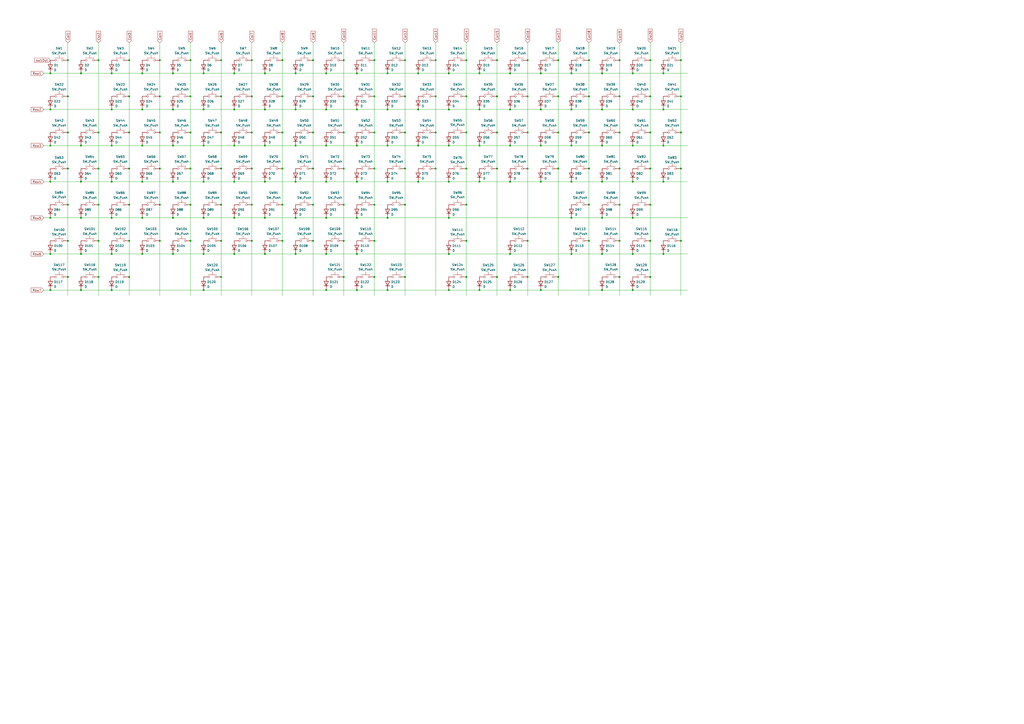
<source format=kicad_sch>
(kicad_sch (version 20230121) (generator eeschema)
  (paper "A2")
  (junction (at 57.15 139.7))
  (junction (at 153.67 147.32))
  (junction (at 118.11 84.455))
  (junction (at 100.33 84.455))
  (junction (at 349.25 84.455))
  (junction (at 260.35 63.5))
  (junction (at 341.63 34.925))
  (junction (at 377.19 118.745))
  (junction (at 64.77 42.545))
  (junction (at 146.05 55.88))
  (junction (at 100.33 126.365))
  (junction (at 331.47 42.545))
  (junction (at 313.69 42.545))
  (junction (at 153.67 84.455))
  (junction (at 270.51 160.655))
  (junction (at 306.07 34.925))
  (junction (at 341.63 76.835))
  (junction (at 217.17 160.655))
  (junction (at 29.21 63.5))
  (junction (at 153.67 63.5))
  (junction (at 39.37 139.7))
  (junction (at 199.39 139.7))
  (junction (at 288.29 97.79))
  (junction (at 234.95 76.835))
  (junction (at 234.95 160.655))
  (junction (at 278.13 168.275))
  (junction (at 46.99 105.41))
  (junction (at 323.85 34.925))
  (junction (at 74.93 76.835))
  (junction (at 384.81 42.545))
  (junction (at 128.27 118.745))
  (junction (at 270.51 97.79))
  (junction (at 128.27 34.925))
  (junction (at 349.25 42.545))
  (junction (at 128.27 139.7))
  (junction (at 341.63 97.79))
  (junction (at 207.01 126.365))
  (junction (at 270.51 118.745))
  (junction (at 100.33 147.32))
  (junction (at 110.49 34.925))
  (junction (at 306.07 55.88))
  (junction (at 39.37 160.655))
  (junction (at 341.63 55.88))
  (junction (at 377.19 76.835))
  (junction (at 163.83 55.88))
  (junction (at 252.73 34.925))
  (junction (at 359.41 118.745))
  (junction (at 29.21 105.41))
  (junction (at 82.55 42.545))
  (junction (at 331.47 84.455))
  (junction (at 181.61 34.925))
  (junction (at 295.91 105.41))
  (junction (at 92.71 97.79))
  (junction (at 270.51 139.7))
  (junction (at 313.69 84.455))
  (junction (at 46.99 126.365))
  (junction (at 171.45 84.455))
  (junction (at 29.21 126.365))
  (junction (at 46.99 168.275))
  (junction (at 341.63 139.7))
  (junction (at 349.25 147.32))
  (junction (at 135.89 147.32))
  (junction (at 118.11 147.32))
  (junction (at 270.51 76.835))
  (junction (at 260.35 105.41))
  (junction (at 278.13 63.5))
  (junction (at 74.93 34.925))
  (junction (at 181.61 118.745))
  (junction (at 242.57 84.455))
  (junction (at 224.79 168.275))
  (junction (at 46.99 42.545))
  (junction (at 323.85 97.79))
  (junction (at 359.41 76.835))
  (junction (at 349.25 105.41))
  (junction (at 199.39 55.88))
  (junction (at 153.67 126.365))
  (junction (at 377.19 97.79))
  (junction (at 288.29 55.88))
  (junction (at 278.13 84.455))
  (junction (at 367.03 168.275))
  (junction (at 207.01 84.455))
  (junction (at 153.67 105.41))
  (junction (at 260.35 147.32))
  (junction (at 92.71 55.88))
  (junction (at 367.03 42.545))
  (junction (at 217.17 97.79))
  (junction (at 189.23 84.455))
  (junction (at 64.77 84.455))
  (junction (at 359.41 139.7))
  (junction (at 135.89 42.545))
  (junction (at 367.03 105.41))
  (junction (at 118.11 42.545))
  (junction (at 306.07 139.7))
  (junction (at 92.71 118.745))
  (junction (at 234.95 55.88))
  (junction (at 118.11 168.275))
  (junction (at 270.51 34.925))
  (junction (at 74.93 118.745))
  (junction (at 171.45 126.365))
  (junction (at 234.95 97.79))
  (junction (at 217.17 139.7))
  (junction (at 146.05 76.835))
  (junction (at 146.05 118.745))
  (junction (at 367.03 84.455))
  (junction (at 92.71 139.7))
  (junction (at 74.93 97.79))
  (junction (at 171.45 42.545))
  (junction (at 118.11 63.5))
  (junction (at 163.83 76.835))
  (junction (at 377.19 139.7))
  (junction (at 242.57 63.5))
  (junction (at 118.11 126.365))
  (junction (at 377.19 34.925))
  (junction (at 349.25 63.5))
  (junction (at 110.49 76.835))
  (junction (at 110.49 118.745))
  (junction (at 189.23 147.32))
  (junction (at 359.41 97.79))
  (junction (at 128.27 76.835))
  (junction (at 92.71 76.835))
  (junction (at 242.57 42.545))
  (junction (at 323.85 76.835))
  (junction (at 128.27 55.88))
  (junction (at 189.23 105.41))
  (junction (at 135.89 63.5))
  (junction (at 135.89 126.365))
  (junction (at 181.61 76.835))
  (junction (at 394.97 76.835))
  (junction (at 313.69 105.41))
  (junction (at 323.85 160.655))
  (junction (at 199.39 97.79))
  (junction (at 323.85 55.88))
  (junction (at 234.95 118.745))
  (junction (at 181.61 97.79))
  (junction (at 349.25 126.365))
  (junction (at 224.79 84.455))
  (junction (at 64.77 105.41))
  (junction (at 384.81 105.41))
  (junction (at 199.39 76.835))
  (junction (at 74.93 55.88))
  (junction (at 207.01 42.545))
  (junction (at 207.01 105.41))
  (junction (at 260.35 84.455))
  (junction (at 224.79 63.5))
  (junction (at 377.19 160.655))
  (junction (at 394.97 139.7))
  (junction (at 29.21 84.455))
  (junction (at 260.35 126.365))
  (junction (at 295.91 42.545))
  (junction (at 82.55 147.32))
  (junction (at 189.23 63.5))
  (junction (at 234.95 34.925))
  (junction (at 295.91 168.275))
  (junction (at 384.81 147.32))
  (junction (at 57.15 118.745))
  (junction (at 306.07 97.79))
  (junction (at 189.23 42.545))
  (junction (at 217.17 76.835))
  (junction (at 82.55 126.365))
  (junction (at 306.07 76.835))
  (junction (at 278.13 105.41))
  (junction (at 39.37 76.835))
  (junction (at 92.71 34.925))
  (junction (at 252.73 76.835))
  (junction (at 377.19 55.88))
  (junction (at 181.61 55.88))
  (junction (at 224.79 105.41))
  (junction (at 57.15 97.79))
  (junction (at 199.39 34.925))
  (junction (at 57.15 76.835))
  (junction (at 313.69 63.5))
  (junction (at 189.23 126.365))
  (junction (at 100.33 63.5))
  (junction (at 29.21 168.275))
  (junction (at 135.89 105.41))
  (junction (at 46.99 84.455))
  (junction (at 163.83 97.79))
  (junction (at 199.39 118.745))
  (junction (at 295.91 147.32))
  (junction (at 288.29 160.655))
  (junction (at 224.79 42.545))
  (junction (at 189.23 168.275))
  (junction (at 146.05 97.79))
  (junction (at 331.47 126.365))
  (junction (at 39.37 97.79))
  (junction (at 260.35 168.275))
  (junction (at 359.41 55.88))
  (junction (at 29.21 147.32))
  (junction (at 181.61 139.7))
  (junction (at 331.47 105.41))
  (junction (at 64.77 63.5))
  (junction (at 252.73 97.79))
  (junction (at 118.11 105.41))
  (junction (at 394.97 97.79))
  (junction (at 394.97 34.925))
  (junction (at 341.63 118.745))
  (junction (at 100.33 105.41))
  (junction (at 384.81 63.5))
  (junction (at 57.15 160.655))
  (junction (at 331.47 147.32))
  (junction (at 163.83 34.925))
  (junction (at 217.17 55.88))
  (junction (at 64.77 168.275))
  (junction (at 306.07 160.655))
  (junction (at 135.89 84.455))
  (junction (at 110.49 139.7))
  (junction (at 163.83 139.7))
  (junction (at 217.17 118.745))
  (junction (at 384.81 84.455))
  (junction (at 110.49 55.88))
  (junction (at 252.73 55.88))
  (junction (at 153.67 42.545))
  (junction (at 64.77 126.365))
  (junction (at 39.37 118.745))
  (junction (at 260.35 42.545))
  (junction (at 39.37 34.925))
  (junction (at 367.03 126.365))
  (junction (at 163.83 118.745))
  (junction (at 64.77 147.32))
  (junction (at 313.69 168.275))
  (junction (at 359.41 34.925))
  (junction (at 295.91 63.5))
  (junction (at 100.33 42.545))
  (junction (at 367.03 147.32))
  (junction (at 46.99 147.32))
  (junction (at 394.97 55.88))
  (junction (at 39.37 55.88))
  (junction (at 171.45 147.32))
  (junction (at 82.55 63.5))
  (junction (at 110.49 97.79))
  (junction (at 278.13 42.545))
  (junction (at 128.27 97.79))
  (junction (at 217.17 34.925))
  (junction (at 57.15 34.925))
  (junction (at 74.93 139.7))
  (junction (at 146.05 34.925))
  (junction (at 295.91 84.455))
  (junction (at 199.39 160.655))
  (junction (at 224.79 126.365))
  (junction (at 82.55 84.455))
  (junction (at 242.57 105.41))
  (junction (at 359.41 160.655))
  (junction (at 349.25 168.275))
  (junction (at 367.03 63.5))
  (junction (at 82.55 105.41))
  (junction (at 146.05 139.7))
  (junction (at 270.51 55.88))
  (junction (at 288.29 34.925))
  (junction (at 207.01 168.275))
  (junction (at 207.01 63.5))
  (junction (at 74.93 160.655))
  (junction (at 207.01 147.32))
  (junction (at 171.45 63.5))
  (junction (at 288.29 76.835))
  (junction (at 331.47 63.5))
  (junction (at 171.45 105.41))
  (junction (at 29.21 42.545))
  (junction (at 128.27 160.655))
  (wire (pts (xy 163.83 97.79) (xy 163.83 118.745)))
  (wire (pts (xy 367.03 42.545) (xy 384.81 42.545)))
  (wire (pts (xy 394.97 55.88) (xy 394.97 76.835)))
  (wire (pts (xy 217.17 160.655) (xy 217.17 171.45)))
  (wire (pts (xy 39.37 55.88) (xy 39.37 76.835)))
  (wire (pts (xy 189.23 42.545) (xy 207.01 42.545)))
  (wire (pts (xy 199.39 118.745) (xy 199.39 139.7)))
  (wire (pts (xy 234.95 97.79) (xy 234.95 118.745)))
  (wire (pts (xy 153.67 147.32) (xy 171.45 147.32)))
  (wire (pts (xy 171.45 105.41) (xy 189.23 105.41)))
  (wire (pts (xy 384.81 105.41) (xy 398.78 105.41)))
  (wire (pts (xy 100.33 84.455) (xy 118.11 84.455)))
  (wire (pts (xy 92.71 118.745) (xy 92.71 139.7)))
  (wire (pts (xy 242.57 63.5) (xy 260.35 63.5)))
  (wire (pts (xy 74.93 24.765) (xy 74.93 34.925)))
  (wire (pts (xy 110.49 34.925) (xy 110.49 55.88)))
  (wire (pts (xy 295.91 63.5) (xy 313.69 63.5)))
  (wire (pts (xy 288.29 76.835) (xy 288.29 97.79)))
  (wire (pts (xy 46.99 42.545) (xy 64.77 42.545)))
  (wire (pts (xy 331.47 105.41) (xy 349.25 105.41)))
  (wire (pts (xy 359.41 118.745) (xy 359.41 139.7)))
  (wire (pts (xy 341.63 34.925) (xy 341.63 55.88)))
  (wire (pts (xy 207.01 168.275) (xy 224.79 168.275)))
  (wire (pts (xy 323.85 160.655) (xy 323.85 171.45)))
  (wire (pts (xy 25.4 126.365) (xy 29.21 126.365)))
  (wire (pts (xy 153.67 42.545) (xy 171.45 42.545)))
  (wire (pts (xy 217.17 24.765) (xy 217.17 34.925)))
  (wire (pts (xy 74.93 34.925) (xy 74.93 55.88)))
  (wire (pts (xy 146.05 55.88) (xy 146.05 76.835)))
  (wire (pts (xy 189.23 63.5) (xy 207.01 63.5)))
  (wire (pts (xy 146.05 76.835) (xy 146.05 97.79)))
  (wire (pts (xy 57.15 118.745) (xy 57.15 139.7)))
  (wire (pts (xy 25.4 105.41) (xy 29.21 105.41)))
  (wire (pts (xy 135.89 105.41) (xy 153.67 105.41)))
  (wire (pts (xy 270.51 24.765) (xy 270.51 34.925)))
  (wire (pts (xy 349.25 168.275) (xy 367.03 168.275)))
  (wire (pts (xy 217.17 76.835) (xy 217.17 97.79)))
  (wire (pts (xy 270.51 34.925) (xy 270.51 55.88)))
  (wire (pts (xy 377.19 160.655) (xy 377.19 171.45)))
  (wire (pts (xy 313.69 84.455) (xy 331.47 84.455)))
  (wire (pts (xy 260.35 168.275) (xy 278.13 168.275)))
  (wire (pts (xy 313.69 168.275) (xy 349.25 168.275)))
  (wire (pts (xy 224.79 126.365) (xy 260.35 126.365)))
  (wire (pts (xy 252.73 55.88) (xy 252.73 76.835)))
  (wire (pts (xy 92.71 24.765) (xy 92.71 34.925)))
  (wire (pts (xy 82.55 42.545) (xy 100.33 42.545)))
  (wire (pts (xy 181.61 24.765) (xy 181.61 34.925)))
  (wire (pts (xy 359.41 139.7) (xy 359.41 160.655)))
  (wire (pts (xy 39.37 97.79) (xy 39.37 118.745)))
  (wire (pts (xy 234.95 55.88) (xy 234.95 76.835)))
  (wire (pts (xy 278.13 105.41) (xy 295.91 105.41)))
  (wire (pts (xy 260.35 42.545) (xy 278.13 42.545)))
  (wire (pts (xy 306.07 34.925) (xy 306.07 55.88)))
  (wire (pts (xy 29.21 42.545) (xy 46.99 42.545)))
  (wire (pts (xy 331.47 147.32) (xy 349.25 147.32)))
  (wire (pts (xy 217.17 55.88) (xy 217.17 76.835)))
  (wire (pts (xy 163.83 118.745) (xy 163.83 139.7)))
  (wire (pts (xy 359.41 76.835) (xy 359.41 97.79)))
  (wire (pts (xy 82.55 105.41) (xy 100.33 105.41)))
  (wire (pts (xy 288.29 97.79) (xy 288.29 160.655)))
  (wire (pts (xy 199.39 76.835) (xy 199.39 97.79)))
  (wire (pts (xy 260.35 63.5) (xy 278.13 63.5)))
  (wire (pts (xy 46.99 84.455) (xy 64.77 84.455)))
  (wire (pts (xy 135.89 84.455) (xy 153.67 84.455)))
  (wire (pts (xy 377.19 55.88) (xy 377.19 76.835)))
  (wire (pts (xy 306.07 24.765) (xy 306.07 34.925)))
  (wire (pts (xy 394.97 139.7) (xy 394.97 171.45)))
  (wire (pts (xy 288.29 34.925) (xy 288.29 55.88)))
  (wire (pts (xy 92.71 55.88) (xy 92.71 76.835)))
  (wire (pts (xy 367.03 105.41) (xy 384.81 105.41)))
  (wire (pts (xy 128.27 118.745) (xy 128.27 139.7)))
  (wire (pts (xy 234.95 24.765) (xy 234.95 34.925)))
  (wire (pts (xy 270.51 55.88) (xy 270.51 76.835)))
  (wire (pts (xy 92.71 76.835) (xy 92.71 97.79)))
  (wire (pts (xy 394.97 24.765) (xy 394.97 34.925)))
  (wire (pts (xy 270.51 118.745) (xy 270.51 139.7)))
  (wire (pts (xy 224.79 105.41) (xy 242.57 105.41)))
  (wire (pts (xy 341.63 76.835) (xy 341.63 97.79)))
  (wire (pts (xy 64.77 168.275) (xy 118.11 168.275)))
  (wire (pts (xy 146.05 24.765) (xy 146.05 34.925)))
  (wire (pts (xy 359.41 160.655) (xy 359.41 171.45)))
  (wire (pts (xy 163.83 34.925) (xy 163.83 55.88)))
  (wire (pts (xy 189.23 105.41) (xy 207.01 105.41)))
  (wire (pts (xy 367.03 126.365) (xy 398.78 126.365)))
  (wire (pts (xy 181.61 34.925) (xy 181.61 55.88)))
  (wire (pts (xy 367.03 84.455) (xy 384.81 84.455)))
  (wire (pts (xy 359.41 34.925) (xy 359.41 55.88)))
  (wire (pts (xy 39.37 76.835) (xy 39.37 97.79)))
  (wire (pts (xy 377.19 97.79) (xy 377.19 118.745)))
  (wire (pts (xy 128.27 34.925) (xy 128.27 55.88)))
  (wire (pts (xy 224.79 63.5) (xy 242.57 63.5)))
  (wire (pts (xy 171.45 84.455) (xy 189.23 84.455)))
  (wire (pts (xy 217.17 118.745) (xy 217.17 139.7)))
  (wire (pts (xy 295.91 147.32) (xy 331.47 147.32)))
  (wire (pts (xy 349.25 105.41) (xy 367.03 105.41)))
  (wire (pts (xy 118.11 84.455) (xy 135.89 84.455)))
  (wire (pts (xy 260.35 84.455) (xy 278.13 84.455)))
  (wire (pts (xy 377.19 139.7) (xy 377.19 160.655)))
  (wire (pts (xy 64.77 63.5) (xy 82.55 63.5)))
  (wire (pts (xy 199.39 55.88) (xy 199.39 76.835)))
  (wire (pts (xy 323.85 34.925) (xy 323.85 55.88)))
  (wire (pts (xy 64.77 105.41) (xy 82.55 105.41)))
  (wire (pts (xy 270.51 160.655) (xy 270.51 171.45)))
  (wire (pts (xy 341.63 55.88) (xy 341.63 76.835)))
  (wire (pts (xy 82.55 84.455) (xy 100.33 84.455)))
  (wire (pts (xy 92.71 34.925) (xy 92.71 55.88)))
  (wire (pts (xy 384.81 42.545) (xy 398.78 42.545)))
  (wire (pts (xy 295.91 105.41) (xy 313.69 105.41)))
  (wire (pts (xy 171.45 126.365) (xy 189.23 126.365)))
  (wire (pts (xy 323.85 76.835) (xy 323.85 97.79)))
  (wire (pts (xy 341.63 118.745) (xy 341.63 139.7)))
  (wire (pts (xy 57.15 24.765) (xy 57.15 34.925)))
  (wire (pts (xy 146.05 118.745) (xy 146.05 139.7)))
  (wire (pts (xy 74.93 97.79) (xy 74.93 118.745)))
  (wire (pts (xy 110.49 76.835) (xy 110.49 97.79)))
  (wire (pts (xy 349.25 42.545) (xy 367.03 42.545)))
  (wire (pts (xy 46.99 105.41) (xy 64.77 105.41)))
  (wire (pts (xy 118.11 147.32) (xy 135.89 147.32)))
  (wire (pts (xy 74.93 139.7) (xy 74.93 160.655)))
  (wire (pts (xy 39.37 34.925) (xy 39.37 55.88)))
  (wire (pts (xy 242.57 42.545) (xy 260.35 42.545)))
  (wire (pts (xy 295.91 168.275) (xy 313.69 168.275)))
  (wire (pts (xy 135.89 63.5) (xy 153.67 63.5)))
  (wire (pts (xy 29.21 147.32) (xy 46.99 147.32)))
  (wire (pts (xy 118.11 168.275) (xy 189.23 168.275)))
  (wire (pts (xy 377.19 118.745) (xy 377.19 139.7)))
  (wire (pts (xy 181.61 76.835) (xy 181.61 97.79)))
  (wire (pts (xy 278.13 42.545) (xy 295.91 42.545)))
  (wire (pts (xy 295.91 84.455) (xy 313.69 84.455)))
  (wire (pts (xy 270.51 76.835) (xy 270.51 97.79)))
  (wire (pts (xy 118.11 63.5) (xy 135.89 63.5)))
  (wire (pts (xy 128.27 97.79) (xy 128.27 118.745)))
  (wire (pts (xy 25.4 63.5) (xy 29.21 63.5)))
  (wire (pts (xy 384.81 84.455) (xy 398.78 84.455)))
  (wire (pts (xy 288.29 160.655) (xy 288.29 171.45)))
  (wire (pts (xy 359.41 55.88) (xy 359.41 76.835)))
  (wire (pts (xy 100.33 105.41) (xy 118.11 105.41)))
  (wire (pts (xy 92.71 97.79) (xy 92.71 118.745)))
  (wire (pts (xy 224.79 168.275) (xy 260.35 168.275)))
  (wire (pts (xy 199.39 139.7) (xy 199.39 160.655)))
  (wire (pts (xy 288.29 24.765) (xy 288.29 34.925)))
  (wire (pts (xy 100.33 126.365) (xy 118.11 126.365)))
  (wire (pts (xy 394.97 76.835) (xy 394.97 97.79)))
  (wire (pts (xy 331.47 63.5) (xy 349.25 63.5)))
  (wire (pts (xy 377.19 76.835) (xy 377.19 97.79)))
  (wire (pts (xy 171.45 42.545) (xy 189.23 42.545)))
  (wire (pts (xy 367.03 147.32) (xy 384.81 147.32)))
  (wire (pts (xy 163.83 139.7) (xy 163.83 171.45)))
  (wire (pts (xy 199.39 160.655) (xy 199.39 171.45)))
  (wire (pts (xy 171.45 147.32) (xy 189.23 147.32)))
  (wire (pts (xy 252.73 97.79) (xy 252.73 171.45)))
  (wire (pts (xy 128.27 139.7) (xy 128.27 160.655)))
  (wire (pts (xy 29.21 105.41) (xy 46.99 105.41)))
  (wire (pts (xy 224.79 84.455) (xy 242.57 84.455)))
  (wire (pts (xy 199.39 24.765) (xy 199.39 34.925)))
  (wire (pts (xy 234.95 34.925) (xy 234.95 55.88)))
  (wire (pts (xy 313.69 63.5) (xy 331.47 63.5)))
  (wire (pts (xy 217.17 139.7) (xy 217.17 160.655)))
  (wire (pts (xy 39.37 118.745) (xy 39.37 139.7)))
  (wire (pts (xy 367.03 63.5) (xy 384.81 63.5)))
  (wire (pts (xy 278.13 84.455) (xy 295.91 84.455)))
  (wire (pts (xy 306.07 139.7) (xy 306.07 160.655)))
  (wire (pts (xy 260.35 147.32) (xy 295.91 147.32)))
  (wire (pts (xy 349.25 126.365) (xy 367.03 126.365)))
  (wire (pts (xy 110.49 139.7) (xy 110.49 171.45)))
  (wire (pts (xy 74.93 76.835) (xy 74.93 97.79)))
  (wire (pts (xy 146.05 34.925) (xy 146.05 55.88)))
  (wire (pts (xy 278.13 168.275) (xy 295.91 168.275)))
  (wire (pts (xy 46.99 168.275) (xy 64.77 168.275)))
  (wire (pts (xy 74.93 55.88) (xy 74.93 76.835)))
  (wire (pts (xy 163.83 55.88) (xy 163.83 76.835)))
  (wire (pts (xy 128.27 55.88) (xy 128.27 76.835)))
  (wire (pts (xy 29.21 63.5) (xy 64.77 63.5)))
  (wire (pts (xy 234.95 118.745) (xy 234.95 160.655)))
  (wire (pts (xy 25.4 168.275) (xy 29.21 168.275)))
  (wire (pts (xy 323.85 55.88) (xy 323.85 76.835)))
  (wire (pts (xy 242.57 84.455) (xy 260.35 84.455)))
  (wire (pts (xy 394.97 34.925) (xy 394.97 55.88)))
  (wire (pts (xy 217.17 34.925) (xy 217.17 55.88)))
  (wire (pts (xy 92.71 139.7) (xy 92.71 171.45)))
  (wire (pts (xy 146.05 97.79) (xy 146.05 118.745)))
  (wire (pts (xy 135.89 147.32) (xy 153.67 147.32)))
  (wire (pts (xy 181.61 118.745) (xy 181.61 139.7)))
  (wire (pts (xy 153.67 105.41) (xy 171.45 105.41)))
  (wire (pts (xy 349.25 84.455) (xy 367.03 84.455)))
  (wire (pts (xy 323.85 97.79) (xy 323.85 160.655)))
  (wire (pts (xy 313.69 42.545) (xy 331.47 42.545)))
  (wire (pts (xy 82.55 126.365) (xy 100.33 126.365)))
  (wire (pts (xy 313.69 105.41) (xy 331.47 105.41)))
  (wire (pts (xy 128.27 24.765) (xy 128.27 34.925)))
  (wire (pts (xy 331.47 84.455) (xy 349.25 84.455)))
  (wire (pts (xy 110.49 97.79) (xy 110.49 118.745)))
  (wire (pts (xy 207.01 84.455) (xy 224.79 84.455)))
  (wire (pts (xy 64.77 42.545) (xy 82.55 42.545)))
  (wire (pts (xy 118.11 105.41) (xy 135.89 105.41)))
  (wire (pts (xy 163.83 24.765) (xy 163.83 34.925)))
  (wire (pts (xy 306.07 97.79) (xy 306.07 139.7)))
  (wire (pts (xy 153.67 126.365) (xy 171.45 126.365)))
  (wire (pts (xy 323.85 24.765) (xy 323.85 34.925)))
  (wire (pts (xy 207.01 126.365) (xy 224.79 126.365)))
  (wire (pts (xy 171.45 63.5) (xy 189.23 63.5)))
  (wire (pts (xy 252.73 76.835) (xy 252.73 97.79)))
  (wire (pts (xy 29.21 84.455) (xy 46.99 84.455)))
  (wire (pts (xy 110.49 55.88) (xy 110.49 76.835)))
  (wire (pts (xy 349.25 147.32) (xy 367.03 147.32)))
  (wire (pts (xy 394.97 97.79) (xy 394.97 139.7)))
  (wire (pts (xy 135.89 42.545) (xy 153.67 42.545)))
  (wire (pts (xy 146.05 139.7) (xy 146.05 171.45)))
  (wire (pts (xy 64.77 147.32) (xy 82.55 147.32)))
  (wire (pts (xy 100.33 147.32) (xy 118.11 147.32)))
  (wire (pts (xy 306.07 160.655) (xy 306.07 171.45)))
  (wire (pts (xy 252.73 34.925) (xy 252.73 55.88)))
  (wire (pts (xy 82.55 63.5) (xy 100.33 63.5)))
  (wire (pts (xy 110.49 118.745) (xy 110.49 139.7)))
  (wire (pts (xy 224.79 42.545) (xy 242.57 42.545)))
  (wire (pts (xy 135.89 126.365) (xy 153.67 126.365)))
  (wire (pts (xy 64.77 126.365) (xy 82.55 126.365)))
  (wire (pts (xy 234.95 76.835) (xy 234.95 97.79)))
  (wire (pts (xy 25.4 42.545) (xy 29.21 42.545)))
  (wire (pts (xy 57.15 139.7) (xy 57.15 160.655)))
  (wire (pts (xy 189.23 84.455) (xy 207.01 84.455)))
  (wire (pts (xy 57.15 34.925) (xy 57.15 76.835)))
  (wire (pts (xy 74.93 118.745) (xy 74.93 139.7)))
  (wire (pts (xy 260.35 105.41) (xy 278.13 105.41)))
  (wire (pts (xy 29.21 126.365) (xy 46.99 126.365)))
  (wire (pts (xy 341.63 97.79) (xy 341.63 118.745)))
  (wire (pts (xy 74.93 160.655) (xy 74.93 171.45)))
  (wire (pts (xy 46.99 147.32) (xy 64.77 147.32)))
  (wire (pts (xy 260.35 126.365) (xy 331.47 126.365)))
  (wire (pts (xy 153.67 63.5) (xy 171.45 63.5)))
  (wire (pts (xy 207.01 63.5) (xy 224.79 63.5)))
  (wire (pts (xy 128.27 76.835) (xy 128.27 97.79)))
  (wire (pts (xy 384.81 63.5) (xy 398.78 63.5)))
  (wire (pts (xy 295.91 42.545) (xy 313.69 42.545)))
  (wire (pts (xy 207.01 147.32) (xy 260.35 147.32)))
  (wire (pts (xy 377.19 34.925) (xy 377.19 55.88)))
  (wire (pts (xy 207.01 105.41) (xy 224.79 105.41)))
  (wire (pts (xy 341.63 24.765) (xy 341.63 34.925)))
  (wire (pts (xy 288.29 55.88) (xy 288.29 76.835)))
  (wire (pts (xy 199.39 34.925) (xy 199.39 55.88)))
  (wire (pts (xy 39.37 160.655) (xy 39.37 171.45)))
  (wire (pts (xy 217.17 97.79) (xy 217.17 118.745)))
  (wire (pts (xy 181.61 139.7) (xy 181.61 171.45)))
  (wire (pts (xy 25.4 147.32) (xy 29.21 147.32)))
  (wire (pts (xy 82.55 147.32) (xy 100.33 147.32)))
  (wire (pts (xy 252.73 24.765) (xy 252.73 34.925)))
  (wire (pts (xy 110.49 24.765) (xy 110.49 34.925)))
  (wire (pts (xy 181.61 97.79) (xy 181.61 118.745)))
  (wire (pts (xy 270.51 139.7) (xy 270.51 160.655)))
  (wire (pts (xy 377.19 24.765) (xy 377.19 34.925)))
  (wire (pts (xy 349.25 63.5) (xy 367.03 63.5)))
  (wire (pts (xy 331.47 126.365) (xy 349.25 126.365)))
  (wire (pts (xy 189.23 168.275) (xy 207.01 168.275)))
  (wire (pts (xy 367.03 168.275) (xy 398.78 168.275)))
  (wire (pts (xy 359.41 97.79) (xy 359.41 118.745)))
  (wire (pts (xy 128.27 160.655) (xy 128.27 171.45)))
  (wire (pts (xy 29.21 168.275) (xy 46.99 168.275)))
  (wire (pts (xy 153.67 84.455) (xy 171.45 84.455)))
  (wire (pts (xy 57.15 97.79) (xy 57.15 118.745)))
  (wire (pts (xy 278.13 63.5) (xy 295.91 63.5)))
  (wire (pts (xy 181.61 55.88) (xy 181.61 76.835)))
  (wire (pts (xy 306.07 55.88) (xy 306.07 76.835)))
  (wire (pts (xy 384.81 147.32) (xy 398.78 147.32)))
  (wire (pts (xy 359.41 24.765) (xy 359.41 34.925)))
  (wire (pts (xy 39.37 139.7) (xy 39.37 160.655)))
  (wire (pts (xy 189.23 147.32) (xy 207.01 147.32)))
  (wire (pts (xy 25.4 84.455) (xy 29.21 84.455)))
  (wire (pts (xy 331.47 42.545) (xy 349.25 42.545)))
  (wire (pts (xy 207.01 42.545) (xy 224.79 42.545)))
  (wire (pts (xy 242.57 105.41) (xy 260.35 105.41)))
  (wire (pts (xy 270.51 97.79) (xy 270.51 118.745)))
  (wire (pts (xy 163.83 76.835) (xy 163.83 97.79)))
  (wire (pts (xy 189.23 126.365) (xy 207.01 126.365)))
  (wire (pts (xy 199.39 97.79) (xy 199.39 118.745)))
  (wire (pts (xy 118.11 126.365) (xy 135.89 126.365)))
  (wire (pts (xy 118.11 42.545) (xy 135.89 42.545)))
  (wire (pts (xy 234.95 160.655) (xy 234.95 171.45)))
  (wire (pts (xy 64.77 84.455) (xy 82.55 84.455)))
  (wire (pts (xy 100.33 63.5) (xy 118.11 63.5)))
  (wire (pts (xy 341.63 139.7) (xy 341.63 171.45)))
  (wire (pts (xy 57.15 76.835) (xy 57.15 97.79)))
  (wire (pts (xy 100.33 42.545) (xy 118.11 42.545)))
  (wire (pts (xy 39.37 24.765) (xy 39.37 34.925)))
  (wire (pts (xy 57.15 160.655) (xy 57.15 171.45)))
  (wire (pts (xy 46.99 126.365) (xy 64.77 126.365)))
  (wire (pts (xy 306.07 76.835) (xy 306.07 97.79)))
  (global_label "Col19" (shape input) (at 359.41 25.018 90) (property "Intersheetrefs" "${INTERSHEET_REFS}" (effects hide)))
  (global_label "Row3" (shape input) (at 25.4 84.455 180) (property "Intersheetrefs" "${INTERSHEET_REFS}" (effects hide)))
  (global_label "Col21" (shape input) (at 394.97 24.765 90) (property "Intersheetrefs" "${INTERSHEET_REFS}" (effects hide)))
  (global_label "Col2" (shape input) (at 57.15 24.765 90) (property "Intersheetrefs" "${INTERSHEET_REFS}" (effects hide)))
  (global_label "Col17" (shape input) (at 323.85 24.765 90) (property "Intersheetrefs" "${INTERSHEET_REFS}" (effects hide)))
  (global_label "Col12" (shape input) (at 234.95 24.765 90) (property "Intersheetrefs" "${INTERSHEET_REFS}" (effects hide)))
  (global_label "Col9" (shape input) (at 181.61 24.765 90) (property "Intersheetrefs" "${INTERSHEET_REFS}" (effects hide)))
  (global_label "Col11" (shape input) (at 217.17 24.765 90) (property "Intersheetrefs" "${INTERSHEET_REFS}" (effects hide)))
  (global_label "Col3" (shape input) (at 74.93 24.765 90) (property "Intersheetrefs" "${INTERSHEET_REFS}" (effects hide)))
  (global_label "Col1" (shape input) (at 39.37 24.765 90) (property "Intersheetrefs" "${INTERSHEET_REFS}" (effects hide)))
  (global_label "Row1" (shape input) (at 25.4 42.545 180) (property "Intersheetrefs" "${INTERSHEET_REFS}" (effects hide)))
  (global_label "Row7" (shape input) (at 25.4 168.275 180) (property "Intersheetrefs" "${INTERSHEET_REFS}" (effects hide)))
  (global_label "Col6" (shape input) (at 128.27 24.765 90) (property "Intersheetrefs" "${INTERSHEET_REFS}" (effects hide)))
  (global_label "Col10" (shape input) (at 199.39 24.765 90) (property "Intersheetrefs" "${INTERSHEET_REFS}" (effects hide)))
  (global_label "Col14" (shape input) (at 270.51 24.765 90) (property "Intersheetrefs" "${INTERSHEET_REFS}" (effects hide)))
  (global_label "Row5" (shape input) (at 25.4 126.365 180) (property "Intersheetrefs" "${INTERSHEET_REFS}" (effects hide)))
  (global_label "Col13" (shape input) (at 252.73 24.765 90) (property "Intersheetrefs" "${INTERSHEET_REFS}" (effects hide)))
  (global_label "Row6" (shape input) (at 25.4 147.32 180) (property "Intersheetrefs" "${INTERSHEET_REFS}" (effects hide)))
  (global_label "Row4" (shape input) (at 25.4 105.41 180) (property "Intersheetrefs" "${INTERSHEET_REFS}" (effects hide)))
  (global_label "Col8" (shape input) (at 163.83 24.765 90) (property "Intersheetrefs" "${INTERSHEET_REFS}" (effects hide)))
  (global_label "Col4" (shape input) (at 92.71 24.765 90) (property "Intersheetrefs" "${INTERSHEET_REFS}" (effects hide)))
  (global_label "Row2" (shape input) (at 25.4 63.5 180) (property "Intersheetrefs" "${INTERSHEET_REFS}" (effects hide)))
  (global_label "Col18" (shape input) (at 341.63 24.765 90) (property "Intersheetrefs" "${INTERSHEET_REFS}" (effects hide)))
  (global_label "Col15" (shape input) (at 288.29 24.765 90) (property "Intersheetrefs" "${INTERSHEET_REFS}" (effects hide)))
  (global_label "Col5" (shape input) (at 110.49 24.765 90) (property "Intersheetrefs" "${INTERSHEET_REFS}" (effects hide)))
  (global_label "sw1Out" (shape input) (at 29.21 34.925 180) (property "Intersheetrefs" "${INTERSHEET_REFS}" (effects hide)))
  (global_label "Col7" (shape input) (at 146.05 24.765 90) (property "Intersheetrefs" "${INTERSHEET_REFS}" (effects hide)))
  (global_label "Col16" (shape input) (at 306.07 24.765 90) (property "Intersheetrefs" "${INTERSHEET_REFS}" (effects hide)))
  (global_label "Col20" (shape input) (at 377.19 24.765 90) (property "Intersheetrefs" "${INTERSHEET_REFS}" (effects hide)))
  (symbol (lib_id "Device:D") (at 260.35 59.69 90) (unit 1)
    (property "Reference" "D34" (at 262.382 58.7815 90) (effects (justify right)))
    (property "Value" "D" (at 262.382 61.5566 90) (effects (justify right)))
    (property "Footprint" "Diode_SMD:D_SOD-323" (effects hide))
  )
  (symbol (lib_id "Switch:SW_Push") (at 52.07 139.7 0) (unit 1)
    (property "Reference" "SW101" (at 52.07 132.8125 0))
    (property "Value" "SW_Push" (at 52.07 135.5876 0))
    (property "Footprint" "PCM_Switch_Keyboard_Hotswap_Kailh:SW_Hotswap_Kailh_MX_plated_1.00u" (effects hide))
  )
  (symbol (lib_id "Switch:SW_Push") (at 69.85 118.745 0) (unit 1)
    (property "Reference" "SW86" (at 69.85 111.8575 0))
    (property "Value" "SW_Push" (at 69.85 114.6326 0))
    (property "Footprint" "PCM_Switch_Keyboard_Hotswap_Kailh:SW_Hotswap_Kailh_MX_plated_1.00u" (effects hide))
  )
  (symbol (lib_id "Device:D") (at 135.89 38.735 90) (unit 1)
    (property "Reference" "D7" (at 137.922 37.8265 90) (effects (justify right)))
    (property "Value" "D" (at 137.922 40.6016 90) (effects (justify right)))
    (property "Footprint" "Diode_SMD:D_SOD-323" (effects hide))
  )
  (symbol (lib_id "Switch:SW_Push") (at 283.21 76.835 0) (unit 1)
    (property "Reference" "SW56" (at 283.21 69.9475 0))
    (property "Value" "SW_Push" (at 283.21 72.7226 0))
    (property "Footprint" "PCM_Switch_Keyboard_Hotswap_Kailh:SW_Hotswap_Kailh_MX_plated_1.00u" (effects hide))
  )
  (symbol (lib_id "Device:D") (at 64.77 101.6 90) (unit 1)
    (property "Reference" "D65" (at 66.802 100.6915 90) (effects (justify right)))
    (property "Value" "D" (at 66.802 103.4666 90) (effects (justify right)))
    (property "Footprint" "Diode_SMD:D_SOD-323" (effects hide))
  )
  (symbol (lib_id "Device:D") (at 349.25 59.69 90) (unit 1)
    (property "Reference" "D39" (at 351.282 58.7815 90) (effects (justify right)))
    (property "Value" "D" (at 351.282 61.5566 90) (effects (justify right)))
    (property "Footprint" "Diode_SMD:D_SOD-323" (effects hide))
  )
  (symbol (lib_id "Device:D") (at 64.77 59.69 90) (unit 1)
    (property "Reference" "D23" (at 66.802 58.7815 90) (effects (justify right)))
    (property "Value" "D" (at 66.802 61.5566 90) (effects (justify right)))
    (property "Footprint" "Diode_SMD:D_SOD-323" (effects hide))
  )
  (symbol (lib_id "Switch:SW_Push") (at 265.43 55.88 0) (unit 1)
    (property "Reference" "SW34" (at 265.43 48.9925 0))
    (property "Value" "SW_Push" (at 265.43 51.7676 0))
    (property "Footprint" "PCM_Switch_Keyboard_Hotswap_Kailh:SW_Hotswap_Kailh_MX_plated_1.00u" (effects hide))
  )
  (symbol (lib_id "Device:D") (at 367.03 122.555 90) (unit 1)
    (property "Reference" "D99" (at 369.062 121.6465 90) (effects (justify right)))
    (property "Value" "D" (at 369.062 124.4216 90) (effects (justify right)))
    (property "Footprint" "Diode_SMD:D_SOD-323" (effects hide))
  )
  (symbol (lib_id "Device:D") (at 46.99 38.735 90) (unit 1)
    (property "Reference" "D2" (at 49.022 37.8265 90) (effects (justify right)))
    (property "Value" "D" (at 49.022 40.6016 90) (effects (justify right)))
    (property "Footprint" "Diode_SMD:D_SOD-323" (effects hide))
  )
  (symbol (lib_id "Device:D") (at 260.35 38.735 90) (unit 1)
    (property "Reference" "D14" (at 262.382 37.8265 90) (effects (justify right)))
    (property "Value" "D" (at 262.382 40.6016 90) (effects (justify right)))
    (property "Footprint" "Diode_SMD:D_SOD-323" (effects hide))
  )
  (symbol (lib_id "Switch:SW_Push") (at 105.41 55.88 0) (unit 1)
    (property "Reference" "SW25" (at 105.41 48.9925 0))
    (property "Value" "SW_Push" (at 105.41 51.7676 0))
    (property "Footprint" "PCM_Switch_Keyboard_Hotswap_Kailh:SW_Hotswap_Kailh_MX_plated_1.00u" (effects hide))
  )
  (symbol (lib_id "Switch:SW_Push") (at 140.97 76.835 0) (unit 1)
    (property "Reference" "SW48" (at 140.97 69.9475 0))
    (property "Value" "SW_Push" (at 140.97 72.7226 0))
    (property "Footprint" "PCM_Switch_Keyboard_Hotswap_Kailh:SW_Hotswap_Kailh_MX_plated_1.00u" (effects hide))
  )
  (symbol (lib_id "Switch:SW_Push") (at 87.63 34.925 0) (unit 1)
    (property "Reference" "SW4" (at 87.63 28.0375 0))
    (property "Value" "SW_Push" (at 87.63 30.8126 0))
    (property "Footprint" "PCM_Switch_Keyboard_Hotswap_Kailh:SW_Hotswap_Kailh_MX_plated_1.00u" (effects hide))
  )
  (symbol (lib_id "Device:D") (at 118.11 164.465 90) (unit 1)
    (property "Reference" "D120" (at 120.142 163.5565 90) (effects (justify right)))
    (property "Value" "D" (at 120.142 166.3316 90) (effects (justify right)))
    (property "Footprint" "Diode_SMD:D_SOD-323" (effects hide))
  )
  (symbol (lib_id "Switch:SW_Push") (at 283.21 55.88 0) (unit 1)
    (property "Reference" "SW35" (at 283.21 48.9925 0))
    (property "Value" "SW_Push" (at 283.21 51.7676 0))
    (property "Footprint" "PCM_Switch_Keyboard_Hotswap_Kailh:SW_Hotswap_Kailh_MX_plated_1.00u" (effects hide))
  )
  (symbol (lib_id "Switch:SW_Push") (at 69.85 76.835 0) (unit 1)
    (property "Reference" "SW44" (at 69.85 69.9475 0))
    (property "Value" "SW_Push" (at 69.85 72.7226 0))
    (property "Footprint" "PCM_Switch_Keyboard_Hotswap_Kailh:SW_Hotswap_Kailh_MX_plated_1.00u" (effects hide))
  )
  (symbol (lib_id "Switch:SW_Push") (at 283.21 97.79 0) (unit 1)
    (property "Reference" "SW77" (at 283.21 90.9025 0))
    (property "Value" "SW_Push" (at 283.21 93.6776 0))
    (property "Footprint" "PCM_Switch_Keyboard_Hotswap_Kailh:SW_Hotswap_Kailh_MX_plated_1.00u" (effects hide))
  )
  (symbol (lib_id "Switch:SW_Push") (at 300.99 97.79 0) (unit 1)
    (property "Reference" "SW78" (at 300.99 90.9025 0))
    (property "Value" "SW_Push" (at 300.99 93.6776 0))
    (property "Footprint" "PCM_Switch_Keyboard_Hotswap_Kailh:SW_Hotswap_Kailh_MX_plated_1.00u" (effects hide))
  )
  (symbol (lib_id "Switch:SW_Push") (at 354.33 160.655 0) (unit 1)
    (property "Reference" "SW128" (at 354.33 153.67 0))
    (property "Value" "SW_Push" (at 354.33 156.21 0))
    (property "Footprint" "PCM_Switch_Keyboard_Hotswap_Kailh:SW_Hotswap_Kailh_MX_plated_2.00u" (effects hide))
  )
  (symbol (lib_id "Device:D") (at 260.35 101.6 90) (unit 1)
    (property "Reference" "D76" (at 262.382 100.6915 90) (effects (justify right)))
    (property "Value" "D" (at 262.382 103.4666 90) (effects (justify right)))
    (property "Footprint" "Diode_SMD:D_SOD-323" (effects hide))
  )
  (symbol (lib_id "Device:D") (at 278.13 164.465 90) (unit 1)
    (property "Reference" "D125" (at 280.162 163.5565 90) (effects (justify right)))
    (property "Value" "D" (at 280.162 166.3316 90) (effects (justify right)))
    (property "Footprint" "Diode_SMD:D_SOD-323" (effects hide))
  )
  (symbol (lib_id "Switch:SW_Push") (at 140.97 34.925 0) (unit 1)
    (property "Reference" "SW7" (at 140.97 28.0375 0))
    (property "Value" "SW_Push" (at 140.97 30.8126 0))
    (property "Footprint" "PCM_Switch_Keyboard_Hotswap_Kailh:SW_Hotswap_Kailh_MX_plated_1.00u" (effects hide))
  )
  (symbol (lib_id "Switch:SW_Push") (at 105.41 34.925 0) (unit 1)
    (property "Reference" "SW5" (at 105.41 28.0375 0))
    (property "Value" "SW_Push" (at 105.41 30.8126 0))
    (property "Footprint" "PCM_Switch_Keyboard_Hotswap_Kailh:SW_Hotswap_Kailh_MX_plated_1.00u" (effects hide))
  )
  (symbol (lib_id "Switch:SW_Push") (at 52.07 118.745 0) (unit 1)
    (property "Reference" "SW85" (at 52.07 111.8575 0))
    (property "Value" "SW_Push" (at 52.07 114.6326 0))
    (property "Footprint" "PCM_Switch_Keyboard_Hotswap_Kailh:SW_Hotswap_Kailh_MX_plated_1.00u" (effects hide))
  )
  (symbol (lib_id "Switch:SW_Push") (at 105.41 97.79 0) (unit 1)
    (property "Reference" "SW67" (at 105.41 90.9025 0))
    (property "Value" "SW_Push" (at 105.41 93.6776 0))
    (property "Footprint" "PCM_Switch_Keyboard_Hotswap_Kailh:SW_Hotswap_Kailh_MX_plated_1.00u" (effects hide))
  )
  (symbol (lib_id "Switch:SW_Push") (at 176.53 118.745 0) (unit 1)
    (property "Reference" "SW92" (at 176.53 111.8575 0))
    (property "Value" "SW_Push" (at 176.53 114.6326 0))
    (property "Footprint" "PCM_Switch_Keyboard_Hotswap_Kailh:SW_Hotswap_Kailh_MX_plated_1.00u" (effects hide))
  )
  (symbol (lib_id "Switch:SW_Push") (at 69.85 97.79 0) (unit 1)
    (property "Reference" "SW65" (at 69.85 90.9025 0))
    (property "Value" "SW_Push" (at 69.85 93.6776 0))
    (property "Footprint" "PCM_Switch_Keyboard_Hotswap_Kailh:SW_Hotswap_Kailh_MX_plated_1.00u" (effects hide))
  )
  (symbol (lib_id "Switch:SW_Push") (at 229.87 160.655 0) (unit 1)
    (property "Reference" "SW123" (at 229.87 153.67 0))
    (property "Value" "SW_Push" (at 229.87 156.21 0))
    (property "Footprint" "PCM_Switch_Keyboard_Hotswap_Kailh:SW_Hotswap_Kailh_MX_plated_1.25u" (effects hide))
  )
  (symbol (lib_id "Switch:SW_Push") (at 372.11 118.745 0) (unit 1)
    (property "Reference" "SW99" (at 372.11 111.8575 0))
    (property "Value" "SW_Push" (at 372.11 114.6326 0))
    (property "Footprint" "PCM_Switch_Keyboard_Hotswap_Kailh:SW_Hotswap_Kailh_MX_plated_1.00u" (effects hide))
  )
  (symbol (lib_id "Switch:SW_Push") (at 336.55 34.925 0) (unit 1)
    (property "Reference" "SW18" (at 336.55 28.0375 0))
    (property "Value" "SW_Push" (at 336.55 30.8126 0))
    (property "Footprint" "PCM_Switch_Keyboard_Hotswap_Kailh:SW_Hotswap_Kailh_MX_plated_1.00u" (effects hide))
  )
  (symbol (lib_id "Switch:SW_Push") (at 123.19 118.745 0) (unit 1)
    (property "Reference" "SW89" (at 123.19 111.8575 0))
    (property "Value" "SW_Push" (at 123.19 114.6326 0))
    (property "Footprint" "PCM_Switch_Keyboard_Hotswap_Kailh:SW_Hotswap_Kailh_MX_plated_1.00u" (effects hide))
  )
  (symbol (lib_id "Switch:SW_Push") (at 176.53 55.88 0) (unit 1)
    (property "Reference" "SW29" (at 176.53 48.9925 0))
    (property "Value" "SW_Push" (at 176.53 51.7676 0))
    (property "Footprint" "PCM_Switch_Keyboard_Hotswap_Kailh:SW_Hotswap_Kailh_MX_plated_1.00u" (effects hide))
  )
  (symbol (lib_id "Switch:SW_Push") (at 140.97 55.88 0) (unit 1)
    (property "Reference" "SW27" (at 140.97 48.9925 0))
    (property "Value" "SW_Push" (at 140.97 51.7676 0))
    (property "Footprint" "PCM_Switch_Keyboard_Hotswap_Kailh:SW_Hotswap_Kailh_MX_plated_1.00u" (effects hide))
  )
  (symbol (lib_id "Switch:SW_Push") (at 283.21 34.925 0) (unit 1)
    (property "Reference" "SW15" (at 283.21 28.0375 0))
    (property "Value" "SW_Push" (at 283.21 30.8126 0))
    (property "Footprint" "PCM_Switch_Keyboard_Hotswap_Kailh:SW_Hotswap_Kailh_MX_plated_1.00u" (effects hide))
  )
  (symbol (lib_id "Switch:SW_Push") (at 300.99 160.655 0) (unit 1)
    (property "Reference" "SW126" (at 300.99 153.7675 0))
    (property "Value" "SW_Push" (at 300.99 156.5426 0))
    (property "Footprint" "PCM_Switch_Keyboard_Hotswap_Kailh:SW_Hotswap_Kailh_MX_plated_1.00u" (effects hide))
  )
  (symbol (lib_id "Switch:SW_Push") (at 34.29 97.79 0) (unit 1)
    (property "Reference" "SW63" (at 34.29 91.44 0))
    (property "Value" "SW_Push" (at 34.29 93.98 0))
    (property "Footprint" "PCM_Switch_Keyboard_Hotswap_Kailh:SW_Hotswap_Kailh_MX_plated_1.50u" (effects hide))
  )
  (symbol (lib_id "Device:D") (at 29.21 80.645 90) (unit 1)
    (property "Reference" "D42" (at 31.242 79.7365 90) (effects (justify right)))
    (property "Value" "D" (at 31.242 82.5116 90) (effects (justify right)))
    (property "Footprint" "Diode_SMD:D_SOD-323" (effects hide))
  )
  (symbol (lib_id "Switch:SW_Push") (at 354.33 97.79 0) (unit 1)
    (property "Reference" "SW81" (at 354.33 90.9025 0))
    (property "Value" "SW_Push" (at 354.33 93.6776 0))
    (property "Footprint" "PCM_Switch_Keyboard_Hotswap_Kailh:SW_Hotswap_Kailh_MX_plated_1.00u" (effects hide))
  )
  (symbol (lib_id "Switch:SW_Push") (at 87.63 118.745 0) (unit 1)
    (property "Reference" "SW87" (at 87.63 111.8575 0))
    (property "Value" "SW_Push" (at 87.63 114.6326 0))
    (property "Footprint" "PCM_Switch_Keyboard_Hotswap_Kailh:SW_Hotswap_Kailh_MX_plated_1.00u" (effects hide))
  )
  (symbol (lib_id "Switch:SW_Push") (at 194.31 55.88 0) (unit 1)
    (property "Reference" "SW30" (at 194.31 48.9925 0))
    (property "Value" "SW_Push" (at 194.31 51.7676 0))
    (property "Footprint" "PCM_Switch_Keyboard_Hotswap_Kailh:SW_Hotswap_Kailh_MX_plated_1.00u" (effects hide))
  )
  (symbol (lib_id "Device:D") (at 207.01 122.555 90) (unit 1)
    (property "Reference" "D94" (at 209.042 121.6465 90) (effects (justify right)))
    (property "Value" "D" (at 209.042 124.4216 90) (effects (justify right)))
    (property "Footprint" "Diode_SMD:D_SOD-323" (effects hide))
  )
  (symbol (lib_id "Device:D") (at 207.01 59.69 90) (unit 1)
    (property "Reference" "D31" (at 209.042 58.7815 90) (effects (justify right)))
    (property "Value" "D" (at 209.042 61.5566 90) (effects (justify right)))
    (property "Footprint" "Diode_SMD:D_SOD-323" (effects hide))
  )
  (symbol (lib_id "Device:D") (at 278.13 101.6 90) (unit 1)
    (property "Reference" "D77" (at 280.162 100.6915 90) (effects (justify right)))
    (property "Value" "D" (at 280.162 103.4666 90) (effects (justify right)))
    (property "Footprint" "Diode_SMD:D_SOD-323" (effects hide))
  )
  (symbol (lib_id "Device:D") (at 278.13 59.69 90) (unit 1)
    (property "Reference" "D35" (at 280.162 58.7815 90) (effects (justify right)))
    (property "Value" "D" (at 280.162 61.5566 90) (effects (justify right)))
    (property "Footprint" "Diode_SMD:D_SOD-323" (effects hide))
  )
  (symbol (lib_id "Switch:SW_Push") (at 158.75 118.745 0) (unit 1)
    (property "Reference" "SW91" (at 158.75 111.8575 0))
    (property "Value" "SW_Push" (at 158.75 114.6326 0))
    (property "Footprint" "PCM_Switch_Keyboard_Hotswap_Kailh:SW_Hotswap_Kailh_MX_plated_1.00u" (effects hide))
  )
  (symbol (lib_id "Device:D") (at 242.57 59.69 90) (unit 1)
    (property "Reference" "D33" (at 244.602 58.7815 90) (effects (justify right)))
    (property "Value" "D" (at 244.602 61.5566 90) (effects (justify right)))
    (property "Footprint" "Diode_SMD:D_SOD-323" (effects hide))
  )
  (symbol (lib_id "Device:D") (at 82.55 122.555 90) (unit 1)
    (property "Reference" "D87" (at 84.582 121.6465 90) (effects (justify right)))
    (property "Value" "D" (at 84.582 124.4216 90) (effects (justify right)))
    (property "Footprint" "Diode_SMD:D_SOD-323" (effects hide))
  )
  (symbol (lib_id "Switch:SW_Push") (at 87.63 139.7 0) (unit 1)
    (property "Reference" "SW103" (at 87.63 132.8125 0))
    (property "Value" "SW_Push" (at 87.63 135.5876 0))
    (property "Footprint" "PCM_Switch_Keyboard_Hotswap_Kailh:SW_Hotswap_Kailh_MX_plated_1.00u" (effects hide))
  )
  (symbol (lib_id "Switch:SW_Push") (at 176.53 139.7 0) (unit 1)
    (property "Reference" "SW108" (at 176.53 132.8125 0))
    (property "Value" "SW_Push" (at 176.53 135.5876 0))
    (property "Footprint" "PCM_Switch_Keyboard_Hotswap_Kailh:SW_Hotswap_Kailh_MX_plated_1.00u" (effects hide))
  )
  (symbol (lib_id "Device:D") (at 29.21 59.69 90) (unit 1)
    (property "Reference" "D22" (at 31.242 58.7815 90) (effects (justify right)))
    (property "Value" "D" (at 31.242 61.5566 90) (effects (justify right)))
    (property "Footprint" "Diode_SMD:D_SOD-323" (effects hide))
  )
  (symbol (lib_id "Switch:SW_Push") (at 52.07 34.925 0) (unit 1)
    (property "Reference" "SW2" (at 52.07 28.0375 0))
    (property "Value" "SW_Push" (at 52.07 30.8126 0))
    (property "Footprint" "PCM_Switch_Keyboard_Hotswap_Kailh:SW_Hotswap_Kailh_MX_plated_1.00u" (effects hide))
  )
  (symbol (lib_id "Switch:SW_Push") (at 194.31 139.7 0) (unit 1)
    (property "Reference" "SW109" (at 194.31 132.8125 0))
    (property "Value" "SW_Push" (at 194.31 135.5876 0))
    (property "Footprint" "PCM_Switch_Keyboard_Hotswap_Kailh:SW_Hotswap_Kailh_MX_plated_1.00u" (effects hide))
  )
  (symbol (lib_id "Device:D") (at 153.67 122.555 90) (unit 1)
    (property "Reference" "D91" (at 155.702 121.6465 90) (effects (justify right)))
    (property "Value" "D" (at 155.702 124.4216 90) (effects (justify right)))
    (property "Footprint" "Diode_SMD:D_SOD-323" (effects hide))
  )
  (symbol (lib_id "Device:D") (at 135.89 143.51 90) (unit 1)
    (property "Reference" "D106" (at 137.922 142.6015 90) (effects (justify right)))
    (property "Value" "D" (at 137.922 145.3766 90) (effects (justify right)))
    (property "Footprint" "Diode_SMD:D_SOD-323" (effects hide))
  )
  (symbol (lib_id "Switch:SW_Push") (at 318.77 34.925 0) (unit 1)
    (property "Reference" "SW17" (at 318.77 28.0375 0))
    (property "Value" "SW_Push" (at 318.77 30.8126 0))
    (property "Footprint" "PCM_Switch_Keyboard_Hotswap_Kailh:SW_Hotswap_Kailh_MX_plated_1.00u" (effects hide))
  )
  (symbol (lib_id "Switch:SW_Push") (at 34.29 160.655 0) (unit 1)
    (property "Reference" "SW117" (at 34.29 153.67 0))
    (property "Value" "SW_Push" (at 34.29 156.21 0))
    (property "Footprint" "PCM_Switch_Keyboard_Hotswap_Kailh:SW_Hotswap_Kailh_MX_plated_1.25u" (effects hide))
  )
  (symbol (lib_id "Switch:SW_Push") (at 229.87 76.835 0) (unit 1)
    (property "Reference" "SW53" (at 229.87 69.9475 0))
    (property "Value" "SW_Push" (at 229.87 72.7226 0))
    (property "Footprint" "PCM_Switch_Keyboard_Hotswap_Kailh:SW_Hotswap_Kailh_MX_plated_1.00u" (effects hide))
  )
  (symbol (lib_id "Switch:SW_Push") (at 212.09 160.655 0) (unit 1)
    (property "Reference" "SW122" (at 212.09 153.67 0))
    (property "Value" "SW_Push" (at 212.09 156.21 0))
    (property "Footprint" "PCM_Switch_Keyboard_Hotswap_Kailh:SW_Hotswap_Kailh_MX_plated_1.25u" (effects hide))
  )
  (symbol (lib_id "Device:D") (at 46.99 164.465 90) (unit 1)
    (property "Reference" "D118" (at 49.022 163.5565 90) (effects (justify right)))
    (property "Value" "D" (at 49.022 166.3316 90) (effects (justify right)))
    (property "Footprint" "Diode_SMD:D_SOD-323" (effects hide))
  )
  (symbol (lib_id "Device:D") (at 295.91 164.465 90) (unit 1)
    (property "Reference" "D126" (at 297.942 163.5565 90) (effects (justify right)))
    (property "Value" "D" (at 297.942 166.3316 90) (effects (justify right)))
    (property "Footprint" "Diode_SMD:D_SOD-323" (effects hide))
  )
  (symbol (lib_id "Switch:SW_Push") (at 123.19 97.79 0) (unit 1)
    (property "Reference" "SW68" (at 123.19 90.9025 0))
    (property "Value" "SW_Push" (at 123.19 93.6776 0))
    (property "Footprint" "PCM_Switch_Keyboard_Hotswap_Kailh:SW_Hotswap_Kailh_MX_plated_1.00u" (effects hide))
  )
  (symbol (lib_id "Device:D") (at 295.91 38.735 90) (unit 1)
    (property "Reference" "D16" (at 297.942 37.8265 90) (effects (justify right)))
    (property "Value" "D" (at 297.942 40.6016 90) (effects (justify right)))
    (property "Footprint" "Diode_SMD:D_SOD-323" (effects hide))
  )
  (symbol (lib_id "Device:D") (at 171.45 143.51 90) (unit 1)
    (property "Reference" "D108" (at 173.482 142.6015 90) (effects (justify right)))
    (property "Value" "D" (at 173.482 145.3766 90) (effects (justify right)))
    (property "Footprint" "Diode_SMD:D_SOD-323" (effects hide))
  )
  (symbol (lib_id "Device:D") (at 29.21 122.555 90) (unit 1)
    (property "Reference" "D84" (at 31.242 121.6465 90) (effects (justify right)))
    (property "Value" "D" (at 31.242 124.4216 90) (effects (justify right)))
    (property "Footprint" "Diode_SMD:D_SOD-323" (effects hide))
  )
  (symbol (lib_id "Device:D") (at 64.77 122.555 90) (unit 1)
    (property "Reference" "D86" (at 66.802 121.6465 90) (effects (justify right)))
    (property "Value" "D" (at 66.802 124.4216 90) (effects (justify right)))
    (property "Footprint" "Diode_SMD:D_SOD-323" (effects hide))
  )
  (symbol (lib_id "Device:D") (at 135.89 80.645 90) (unit 1)
    (property "Reference" "D48" (at 137.922 79.7365 90) (effects (justify right)))
    (property "Value" "D" (at 137.922 82.5116 90) (effects (justify right)))
    (property "Footprint" "Diode_SMD:D_SOD-323" (effects hide))
  )
  (symbol (lib_id "Switch:SW_Push") (at 105.41 76.835 0) (unit 1)
    (property "Reference" "SW46" (at 105.41 69.9475 0))
    (property "Value" "SW_Push" (at 105.41 72.7226 0))
    (property "Footprint" "PCM_Switch_Keyboard_Hotswap_Kailh:SW_Hotswap_Kailh_MX_plated_1.00u" (effects hide))
  )
  (symbol (lib_id "Device:D") (at 207.01 80.645 90) (unit 1)
    (property "Reference" "D52" (at 209.042 79.7365 90) (effects (justify right)))
    (property "Value" "D" (at 209.042 82.5116 90) (effects (justify right)))
    (property "Footprint" "Diode_SMD:D_SOD-323" (effects hide))
  )
  (symbol (lib_id "Device:D") (at 118.11 122.555 90) (unit 1)
    (property "Reference" "D89" (at 120.142 121.6465 90) (effects (justify right)))
    (property "Value" "D" (at 120.142 124.4216 90) (effects (justify right)))
    (property "Footprint" "Diode_SMD:D_SOD-323" (effects hide))
  )
  (symbol (lib_id "Switch:SW_Push") (at 176.53 76.835 0) (unit 1)
    (property "Reference" "SW50" (at 176.53 69.9475 0))
    (property "Value" "SW_Push" (at 176.53 72.7226 0))
    (property "Footprint" "PCM_Switch_Keyboard_Hotswap_Kailh:SW_Hotswap_Kailh_MX_plated_1.00u" (effects hide))
  )
  (symbol (lib_id "Switch:SW_Push") (at 318.77 55.88 0) (unit 1)
    (property "Reference" "SW37" (at 318.77 48.9925 0))
    (property "Value" "SW_Push" (at 318.77 51.7676 0))
    (property "Footprint" "PCM_Switch_Keyboard_Hotswap_Kailh:SW_Hotswap_Kailh_MX_plated_1.00u" (effects hide))
  )
  (symbol (lib_id "Device:D") (at 118.11 38.735 90) (unit 1)
    (property "Reference" "D6" (at 120.142 37.8265 90) (effects (justify right)))
    (property "Value" "D" (at 120.142 40.6016 90) (effects (justify right)))
    (property "Footprint" "Diode_SMD:D_SOD-323" (effects hide))
  )
  (symbol (lib_id "Device:D") (at 278.13 38.735 90) (unit 1)
    (property "Reference" "D15" (at 280.162 37.8265 90) (effects (justify right)))
    (property "Value" "D" (at 280.162 40.6016 90) (effects (justify right)))
    (property "Footprint" "Diode_SMD:D_SOD-323" (effects hide))
  )
  (symbol (lib_id "Switch:SW_Push") (at 372.11 139.7 0) (unit 1)
    (property "Reference" "SW115" (at 372.11 132.8125 0))
    (property "Value" "SW_Push" (at 372.11 135.5876 0))
    (property "Footprint" "PCM_Switch_Keyboard_Hotswap_Kailh:SW_Hotswap_Kailh_MX_plated_1.00u" (effects hide))
  )
  (symbol (lib_id "Device:D") (at 207.01 143.51 90) (unit 1)
    (property "Reference" "D110" (at 209.042 142.6015 90) (effects (justify right)))
    (property "Value" "D" (at 209.042 145.3766 90) (effects (justify right)))
    (property "Footprint" "Diode_SMD:D_SOD-323" (effects hide))
  )
  (symbol (lib_id "Switch:SW_Push") (at 52.07 160.655 0) (unit 1)
    (property "Reference" "SW118" (at 52.07 153.67 0))
    (property "Value" "SW_Push" (at 52.07 156.21 0))
    (property "Footprint" "PCM_Switch_Keyboard_Hotswap_Kailh:SW_Hotswap_Kailh_MX_plated_1.25u" (effects hide))
  )
  (symbol (lib_id "Switch:SW_Push") (at 123.19 55.88 0) (unit 1)
    (property "Reference" "SW26" (at 123.19 48.9925 0))
    (property "Value" "SW_Push" (at 123.19 51.7676 0))
    (property "Footprint" "PCM_Switch_Keyboard_Hotswap_Kailh:SW_Hotswap_Kailh_MX_plated_1.00u" (effects hide))
  )
  (symbol (lib_id "Device:D") (at 384.81 143.51 90) (unit 1)
    (property "Reference" "D116" (at 386.842 142.6015 90) (effects (justify right)))
    (property "Value" "D" (at 386.842 145.3766 90) (effects (justify right)))
    (property "Footprint" "Diode_SMD:D_SOD-323" (effects hide))
  )
  (symbol (lib_id "Device:D") (at 331.47 101.6 90) (unit 1)
    (property "Reference" "D80" (at 333.502 100.6915 90) (effects (justify right)))
    (property "Value" "D" (at 333.502 103.4666 90) (effects (justify right)))
    (property "Footprint" "Diode_SMD:D_SOD-323" (effects hide))
  )
  (symbol (lib_id "Device:D") (at 189.23 122.555 90) (unit 1)
    (property "Reference" "D93" (at 191.262 121.6465 90) (effects (justify right)))
    (property "Value" "D" (at 191.262 124.4216 90) (effects (justify right)))
    (property "Footprint" "Diode_SMD:D_SOD-323" (effects hide))
  )
  (symbol (lib_id "Device:D") (at 135.89 122.555 90) (unit 1)
    (property "Reference" "D90" (at 137.922 121.6465 90) (effects (justify right)))
    (property "Value" "D" (at 137.922 124.4216 90) (effects (justify right)))
    (property "Footprint" "Diode_SMD:D_SOD-323" (effects hide))
  )
  (symbol (lib_id "Device:D") (at 331.47 80.645 90) (unit 1)
    (property "Reference" "D59" (at 333.502 79.7365 90) (effects (justify right)))
    (property "Value" "D" (at 333.502 82.5116 90) (effects (justify right)))
    (property "Footprint" "Diode_SMD:D_SOD-323" (effects hide))
  )
  (symbol (lib_id "Switch:SW_Push") (at 34.29 118.745 0) (unit 1)
    (property "Reference" "SW84" (at 34.29 111.76 0))
    (property "Value" "SW_Push" (at 34.29 114.3 0))
    (property "Footprint" "PCM_Switch_Keyboard_Hotswap_Kailh:SW_Hotswap_Kailh_MX_plated_1.75u" (effects hide))
  )
  (symbol (lib_id "Switch:SW_Push") (at 52.07 76.835 0) (unit 1)
    (property "Reference" "SW43" (at 52.07 69.9475 0))
    (property "Value" "SW_Push" (at 52.07 72.7226 0))
    (property "Footprint" "PCM_Switch_Keyboard_Hotswap_Kailh:SW_Hotswap_Kailh_MX_plated_1.00u" (effects hide))
  )
  (symbol (lib_id "Switch:SW_Push") (at 158.75 97.79 0) (unit 1)
    (property "Reference" "SW70" (at 158.75 90.9025 0))
    (property "Value" "SW_Push" (at 158.75 93.6776 0))
    (property "Footprint" "PCM_Switch_Keyboard_Hotswap_Kailh:SW_Hotswap_Kailh_MX_plated_1.00u" (effects hide))
  )
  (symbol (lib_id "Switch:SW_Push") (at 229.87 55.88 0) (unit 1)
    (property "Reference" "SW32" (at 229.87 48.9925 0))
    (property "Value" "SW_Push" (at 229.87 51.7676 0))
    (property "Footprint" "PCM_Switch_Keyboard_Hotswap_Kailh:SW_Hotswap_Kailh_MX_plated_1.00u" (effects hide))
  )
  (symbol (lib_id "Switch:SW_Push") (at 229.87 97.79 0) (unit 1)
    (property "Reference" "SW74" (at 229.87 90.9025 0))
    (property "Value" "SW_Push" (at 229.87 93.6776 0))
    (property "Footprint" "PCM_Switch_Keyboard_Hotswap_Kailh:SW_Hotswap_Kailh_MX_plated_1.00u" (effects hide))
  )
  (symbol (lib_id "Device:D") (at 189.23 101.6 90) (unit 1)
    (property "Reference" "D72" (at 191.262 100.6915 90) (effects (justify right)))
    (property "Value" "D" (at 191.262 103.4666 90) (effects (justify right)))
    (property "Footprint" "Diode_SMD:D_SOD-323" (effects hide))
  )
  (symbol (lib_id "Device:D") (at 171.45 122.555 90) (unit 1)
    (property "Reference" "D92" (at 173.482 121.6465 90) (effects (justify right)))
    (property "Value" "D" (at 173.482 124.4216 90) (effects (justify right)))
    (property "Footprint" "Diode_SMD:D_SOD-323" (effects hide))
  )
  (symbol (lib_id "Device:D") (at 367.03 59.69 90) (unit 1)
    (property "Reference" "D40" (at 369.062 58.7815 90) (effects (justify right)))
    (property "Value" "D" (at 369.062 61.5566 90) (effects (justify right)))
    (property "Footprint" "Diode_SMD:D_SOD-323" (effects hide))
  )
  (symbol (lib_id "Device:D") (at 171.45 101.6 90) (unit 1)
    (property "Reference" "D71" (at 173.482 100.6915 90) (effects (justify right)))
    (property "Value" "D" (at 173.482 103.4666 90) (effects (justify right)))
    (property "Footprint" "Diode_SMD:D_SOD-323" (effects hide))
  )
  (symbol (lib_id "Device:D") (at 349.25 38.735 90) (unit 1)
    (property "Reference" "D19" (at 351.282 37.8265 90) (effects (justify right)))
    (property "Value" "D" (at 351.282 40.6016 90) (effects (justify right)))
    (property "Footprint" "Diode_SMD:D_SOD-323" (effects hide))
  )
  (symbol (lib_id "Device:D") (at 118.11 101.6 90) (unit 1)
    (property "Reference" "D68" (at 120.142 100.6915 90) (effects (justify right)))
    (property "Value" "D" (at 120.142 103.4666 90) (effects (justify right)))
    (property "Footprint" "Diode_SMD:D_SOD-323" (effects hide))
  )
  (symbol (lib_id "Device:D") (at 189.23 80.645 90) (unit 1)
    (property "Reference" "D51" (at 191.262 79.7365 90) (effects (justify right)))
    (property "Value" "D" (at 191.262 82.5116 90) (effects (justify right)))
    (property "Footprint" "Diode_SMD:D_SOD-323" (effects hide))
  )
  (symbol (lib_id "Device:D") (at 189.23 38.735 90) (unit 1)
    (property "Reference" "D10" (at 191.262 37.8265 90) (effects (justify right)))
    (property "Value" "D" (at 191.262 40.6016 90) (effects (justify right)))
    (property "Footprint" "Diode_SMD:D_SOD-323" (effects hide))
  )
  (symbol (lib_id "Device:D") (at 313.69 101.6 90) (unit 1)
    (property "Reference" "D79" (at 315.722 100.6915 90) (effects (justify right)))
    (property "Value" "D" (at 315.722 103.4666 90) (effects (justify right)))
    (property "Footprint" "Diode_SMD:D_SOD-323" (effects hide))
  )
  (symbol (lib_id "Switch:SW_Push") (at 372.11 160.655 0) (unit 1)
    (property "Reference" "SW129" (at 372.11 153.7675 0))
    (property "Value" "SW_Push" (at 372.11 156.5426 0))
    (property "Footprint" "PCM_Switch_Keyboard_Hotswap_Kailh:SW_Hotswap_Kailh_MX_plated_1.00u" (effects hide))
  )
  (symbol (lib_id "Switch:SW_Push") (at 69.85 55.88 0) (unit 1)
    (property "Reference" "SW23" (at 69.85 48.9925 0))
    (property "Value" "SW_Push" (at 69.85 51.7676 0))
    (property "Footprint" "PCM_Switch_Keyboard_Hotswap_Kailh:SW_Hotswap_Kailh_MX_plated_1.00u" (effects hide))
  )
  (symbol (lib_id "Switch:SW_Push") (at 194.31 76.835 0) (unit 1)
    (property "Reference" "SW51" (at 194.31 69.9475 0))
    (property "Value" "SW_Push" (at 194.31 72.7226 0))
    (property "Footprint" "PCM_Switch_Keyboard_Hotswap_Kailh:SW_Hotswap_Kailh_MX_plated_1.00u" (effects hide))
  )
  (symbol (lib_id "Device:D") (at 313.69 164.465 90) (unit 1)
    (property "Reference" "D127" (at 315.722 163.5565 90) (effects (justify right)))
    (property "Value" "D" (at 315.722 166.3316 90) (effects (justify right)))
    (property "Footprint" "Diode_SMD:D_SOD-323" (effects hide))
  )
  (symbol (lib_id "Device:D") (at 224.79 164.465 90) (unit 1)
    (property "Reference" "D123" (at 226.822 163.5565 90) (effects (justify right)))
    (property "Value" "D" (at 226.822 166.3316 90) (effects (justify right)))
    (property "Footprint" "Diode_SMD:D_SOD-323" (effects hide))
  )
  (symbol (lib_id "Switch:SW_Push") (at 318.77 76.835 0) (unit 1)
    (property "Reference" "SW58" (at 318.77 69.9475 0))
    (property "Value" "SW_Push" (at 318.77 72.7226 0))
    (property "Footprint" "PCM_Switch_Keyboard_Hotswap_Kailh:SW_Hotswap_Kailh_MX_plated_1.00u" (effects hide))
  )
  (symbol (lib_id "Device:D") (at 29.21 101.6 90) (unit 1)
    (property "Reference" "D63" (at 31.242 100.6915 90) (effects (justify right)))
    (property "Value" "D" (at 31.242 103.4666 90) (effects (justify right)))
    (property "Footprint" "Diode_SMD:D_SOD-323" (effects hide))
  )
  (symbol (lib_id "Device:D") (at 242.57 80.645 90) (unit 1)
    (property "Reference" "D54" (at 244.602 79.7365 90) (effects (justify right)))
    (property "Value" "D" (at 244.602 82.5116 90) (effects (justify right)))
    (property "Footprint" "Diode_SMD:D_SOD-323" (effects hide))
  )
  (symbol (lib_id "Switch:SW_Push") (at 265.43 76.835 0) (unit 1)
    (property "Reference" "SW55" (at 265.43 69.85 0))
    (property "Value" "SW_Push" (at 265.43 72.39 0))
    (property "Footprint" "PCM_Switch_Keyboard_Hotswap_Kailh:SW_Hotswap_Kailh_MX_plated_2.00u" (effects hide))
  )
  (symbol (lib_id "Switch:SW_Push") (at 194.31 34.925 0) (unit 1)
    (property "Reference" "SW10" (at 194.31 28.0375 0))
    (property "Value" "SW_Push" (at 194.31 30.8126 0))
    (property "Footprint" "PCM_Switch_Keyboard_Hotswap_Kailh:SW_Hotswap_Kailh_MX_plated_1.00u" (effects hide))
  )
  (symbol (lib_id "Device:D") (at 367.03 143.51 90) (unit 1)
    (property "Reference" "D115" (at 369.062 142.6015 90) (effects (justify right)))
    (property "Value" "D" (at 369.062 145.3766 90) (effects (justify right)))
    (property "Footprint" "Diode_SMD:D_SOD-323" (effects hide))
  )
  (symbol (lib_id "Device:D") (at 118.11 59.69 90) (unit 1)
    (property "Reference" "D26" (at 120.142 58.7815 90) (effects (justify right)))
    (property "Value" "D" (at 120.142 61.5566 90) (effects (justify right)))
    (property "Footprint" "Diode_SMD:D_SOD-323" (effects hide))
  )
  (symbol (lib_id "Switch:SW_Push") (at 229.87 118.745 0) (unit 1)
    (property "Reference" "SW95" (at 229.87 111.8575 0))
    (property "Value" "SW_Push" (at 229.87 114.6326 0))
    (property "Footprint" "PCM_Switch_Keyboard_Hotswap_Kailh:SW_Hotswap_Kailh_MX_plated_1.00u" (effects hide))
  )
  (symbol (lib_id "Switch:SW_Push") (at 265.43 160.655 0) (unit 1)
    (property "Reference" "SW124" (at 265.43 153.67 0))
    (property "Value" "SW_Push" (at 265.43 156.21 0))
    (property "Footprint" "PCM_Switch_Keyboard_Hotswap_Kailh:SW_Hotswap_Kailh_MX_plated_1.25u" (effects hide))
  )
  (symbol (lib_id "Device:D") (at 331.47 38.735 90) (unit 1)
    (property "Reference" "D18" (at 333.502 37.8265 90) (effects (justify right)))
    (property "Value" "D" (at 333.502 40.6016 90) (effects (justify right)))
    (property "Footprint" "Diode_SMD:D_SOD-323" (effects hide))
  )
  (symbol (lib_id "Device:D") (at 207.01 164.465 90) (unit 1)
    (property "Reference" "D122" (at 209.042 163.5565 90) (effects (justify right)))
    (property "Value" "D" (at 209.042 166.3316 90) (effects (justify right)))
    (property "Footprint" "Diode_SMD:D_SOD-323" (effects hide))
  )
  (symbol (lib_id "Device:D") (at 313.69 59.69 90) (unit 1)
    (property "Reference" "D37" (at 315.722 58.7815 90) (effects (justify right)))
    (property "Value" "D" (at 315.722 61.5566 90) (effects (justify right)))
    (property "Footprint" "Diode_SMD:D_SOD-323" (effects hide))
  )
  (symbol (lib_id "Switch:SW_Push") (at 300.99 139.7 0) (unit 1)
    (property "Reference" "SW112" (at 300.99 132.8125 0))
    (property "Value" "SW_Push" (at 300.99 135.5876 0))
    (property "Footprint" "PCM_Switch_Keyboard_Hotswap_Kailh:SW_Hotswap_Kailh_MX_plated_1.00u" (effects hide))
  )
  (symbol (lib_id "Switch:SW_Push") (at 354.33 139.7 0) (unit 1)
    (property "Reference" "SW114" (at 354.33 132.8125 0))
    (property "Value" "SW_Push" (at 354.33 135.5876 0))
    (property "Footprint" "PCM_Switch_Keyboard_Hotswap_Kailh:SW_Hotswap_Kailh_MX_plated_1.00u" (effects hide))
  )
  (symbol (lib_id "Switch:SW_Push") (at 87.63 97.79 0) (unit 1)
    (property "Reference" "SW66" (at 87.63 90.9025 0))
    (property "Value" "SW_Push" (at 87.63 93.6776 0))
    (property "Footprint" "PCM_Switch_Keyboard_Hotswap_Kailh:SW_Hotswap_Kailh_MX_plated_1.00u" (effects hide))
  )
  (symbol (lib_id "Device:D") (at 367.03 38.735 90) (unit 1)
    (property "Reference" "D20" (at 369.062 37.8265 90) (effects (justify right)))
    (property "Value" "D" (at 369.062 40.6016 90) (effects (justify right)))
    (property "Footprint" "Diode_SMD:D_SOD-323" (effects hide))
  )
  (symbol (lib_id "Device:D") (at 100.33 143.51 90) (unit 1)
    (property "Reference" "D104" (at 102.362 142.6015 90) (effects (justify right)))
    (property "Value" "D" (at 102.362 145.3766 90) (effects (justify right)))
    (property "Footprint" "Diode_SMD:D_SOD-323" (effects hide))
  )
  (symbol (lib_id "Device:D") (at 384.81 101.6 90) (unit 1)
    (property "Reference" "D83" (at 386.842 100.6915 90) (effects (justify right)))
    (property "Value" "D" (at 386.842 103.4666 90) (effects (justify right)))
    (property "Footprint" "Diode_SMD:D_SOD-323" (effects hide))
  )
  (symbol (lib_id "Device:D") (at 278.13 80.645 90) (unit 1)
    (property "Reference" "D56" (at 280.162 79.7365 90) (effects (justify right)))
    (property "Value" "D" (at 280.162 82.5116 90) (effects (justify right)))
    (property "Footprint" "Diode_SMD:D_SOD-323" (effects hide))
  )
  (symbol (lib_id "Switch:SW_Push") (at 158.75 55.88 0) (unit 1)
    (property "Reference" "SW28" (at 158.75 48.9925 0))
    (property "Value" "SW_Push" (at 158.75 51.7676 0))
    (property "Footprint" "PCM_Switch_Keyboard_Hotswap_Kailh:SW_Hotswap_Kailh_MX_plated_1.00u" (effects hide))
  )
  (symbol (lib_id "Device:D") (at 313.69 38.735 90) (unit 1)
    (property "Reference" "D17" (at 315.722 37.8265 90) (effects (justify right)))
    (property "Value" "D" (at 315.722 40.6016 90) (effects (justify right)))
    (property "Footprint" "Diode_SMD:D_SOD-323" (effects hide))
  )
  (symbol (lib_id "Device:D") (at 260.35 80.645 90) (unit 1)
    (property "Reference" "D55" (at 262.382 79.7365 90) (effects (justify right)))
    (property "Value" "D" (at 262.382 82.5116 90) (effects (justify right)))
    (property "Footprint" "Diode_SMD:D_SOD-323" (effects hide))
  )
  (symbol (lib_id "Switch:SW_Push") (at 389.89 139.7 0) (unit 1)
    (property "Reference" "SW116" (at 389.89 133.35 0))
    (property "Value" "SW_Push" (at 389.89 135.89 0))
    (property "Footprint" "PCM_Switch_Keyboard_Hotswap_Kailh:SW_Hotswap_Kailh_MX_plated_2.00u_90deg" (effects hide))
  )
  (symbol (lib_id "Switch:SW_Push") (at 123.19 139.7 0) (unit 1)
    (property "Reference" "SW105" (at 123.19 132.8125 0))
    (property "Value" "SW_Push" (at 123.19 135.5876 0))
    (property "Footprint" "PCM_Switch_Keyboard_Hotswap_Kailh:SW_Hotswap_Kailh_MX_plated_1.00u" (effects hide))
  )
  (symbol (lib_id "Device:D") (at 189.23 164.465 90) (unit 1)
    (property "Reference" "D121" (at 191.262 163.5565 90) (effects (justify right)))
    (property "Value" "D" (at 191.262 166.3316 90) (effects (justify right)))
    (property "Footprint" "Diode_SMD:D_SOD-323" (effects hide))
  )
  (symbol (lib_id "Device:D") (at 384.81 59.69 90) (unit 1)
    (property "Reference" "D41" (at 386.842 58.7815 90) (effects (justify right)))
    (property "Value" "D" (at 386.842 61.5566 90) (effects (justify right)))
    (property "Footprint" "Diode_SMD:D_SOD-323" (effects hide))
  )
  (symbol (lib_id "Device:D") (at 29.21 164.465 90) (unit 1)
    (property "Reference" "D117" (at 31.242 163.5565 90) (effects (justify right)))
    (property "Value" "D" (at 31.242 166.3316 90) (effects (justify right)))
    (property "Footprint" "Diode_SMD:D_SOD-323" (effects hide))
  )
  (symbol (lib_id "Device:D") (at 295.91 80.645 90) (unit 1)
    (property "Reference" "D57" (at 297.942 79.7365 90) (effects (justify right)))
    (property "Value" "D" (at 297.942 82.5116 90) (effects (justify right)))
    (property "Footprint" "Diode_SMD:D_SOD-323" (effects hide))
  )
  (symbol (lib_id "Device:D") (at 135.89 101.6 90) (unit 1)
    (property "Reference" "D69" (at 137.922 100.6915 90) (effects (justify right)))
    (property "Value" "D" (at 137.922 103.4666 90) (effects (justify right)))
    (property "Footprint" "Diode_SMD:D_SOD-323" (effects hide))
  )
  (symbol (lib_id "Switch:SW_Push") (at 300.99 55.88 0) (unit 1)
    (property "Reference" "SW36" (at 300.99 48.9925 0))
    (property "Value" "SW_Push" (at 300.99 51.7676 0))
    (property "Footprint" "PCM_Switch_Keyboard_Hotswap_Kailh:SW_Hotswap_Kailh_MX_plated_1.00u" (effects hide))
  )
  (symbol (lib_id "Device:D") (at 82.55 59.69 90) (unit 1)
    (property "Reference" "D24" (at 84.582 58.7815 90) (effects (justify right)))
    (property "Value" "D" (at 84.582 61.5566 90) (effects (justify right)))
    (property "Footprint" "Diode_SMD:D_SOD-323" (effects hide))
  )
  (symbol (lib_id "Switch:SW_Push") (at 354.33 55.88 0) (unit 1)
    (property "Reference" "SW39" (at 354.33 48.9925 0))
    (property "Value" "SW_Push" (at 354.33 51.7676 0))
    (property "Footprint" "PCM_Switch_Keyboard_Hotswap_Kailh:SW_Hotswap_Kailh_MX_plated_1.00u" (effects hide))
  )
  (symbol (lib_id "Switch:SW_Push") (at 158.75 139.7 0) (unit 1)
    (property "Reference" "SW107" (at 158.75 132.8125 0))
    (property "Value" "SW_Push" (at 158.75 135.5876 0))
    (property "Footprint" "PCM_Switch_Keyboard_Hotswap_Kailh:SW_Hotswap_Kailh_MX_plated_1.00u" (effects hide))
  )
  (symbol (lib_id "Device:D") (at 331.47 122.555 90) (unit 1)
    (property "Reference" "D97" (at 333.502 121.6465 90) (effects (justify right)))
    (property "Value" "D" (at 333.502 124.4216 90) (effects (justify right)))
    (property "Footprint" "Diode_SMD:D_SOD-323" (effects hide))
  )
  (symbol (lib_id "Switch:SW_Push") (at 247.65 55.88 0) (unit 1)
    (property "Reference" "SW33" (at 247.65 48.9925 0))
    (property "Value" "SW_Push" (at 247.65 51.7676 0))
    (property "Footprint" "PCM_Switch_Keyboard_Hotswap_Kailh:SW_Hotswap_Kailh_MX_plated_1.00u" (effects hide))
  )
  (symbol (lib_id "Device:D") (at 295.91 143.51 90) (unit 1)
    (property "Reference" "D112" (at 297.942 142.6015 90) (effects (justify right)))
    (property "Value" "D" (at 297.942 145.3766 90) (effects (justify right)))
    (property "Footprint" "Diode_SMD:D_SOD-323" (effects hide))
  )
  (symbol (lib_id "Switch:SW_Push") (at 212.09 76.835 0) (unit 1)
    (property "Reference" "SW52" (at 212.09 69.9475 0))
    (property "Value" "SW_Push" (at 212.09 72.7226 0))
    (property "Footprint" "PCM_Switch_Keyboard_Hotswap_Kailh:SW_Hotswap_Kailh_MX_plated_1.00u" (effects hide))
  )
  (symbol (lib_id "Switch:SW_Push") (at 212.09 118.745 0) (unit 1)
    (property "Reference" "SW94" (at 212.09 111.8575 0))
    (property "Value" "SW_Push" (at 212.09 114.6326 0))
    (property "Footprint" "PCM_Switch_Keyboard_Hotswap_Kailh:SW_Hotswap_Kailh_MX_plated_1.00u" (effects hide))
  )
  (symbol (lib_id "Switch:SW_Push") (at 87.63 55.88 0) (unit 1)
    (property "Reference" "SW24" (at 87.63 48.9925 0))
    (property "Value" "SW_Push" (at 87.63 51.7676 0))
    (property "Footprint" "PCM_Switch_Keyboard_Hotswap_Kailh:SW_Hotswap_Kailh_MX_plated_1.00u" (effects hide))
  )
  (symbol (lib_id "Switch:SW_Push") (at 336.55 118.745 0) (unit 1)
    (property "Reference" "SW97" (at 336.55 111.8575 0))
    (property "Value" "SW_Push" (at 336.55 114.6326 0))
    (property "Footprint" "PCM_Switch_Keyboard_Hotswap_Kailh:SW_Hotswap_Kailh_MX_plated_1.00u" (effects hide))
  )
  (symbol (lib_id "Switch:SW_Push") (at 87.63 76.835 0) (unit 1)
    (property "Reference" "SW45" (at 87.63 69.9475 0))
    (property "Value" "SW_Push" (at 87.63 72.7226 0))
    (property "Footprint" "PCM_Switch_Keyboard_Hotswap_Kailh:SW_Hotswap_Kailh_MX_plated_1.00u" (effects hide))
  )
  (symbol (lib_id "Device:D") (at 171.45 80.645 90) (unit 1)
    (property "Reference" "D50" (at 173.482 79.7365 90) (effects (justify right)))
    (property "Value" "D" (at 173.482 82.5116 90) (effects (justify right)))
    (property "Footprint" "Diode_SMD:D_SOD-323" (effects hide))
  )
  (symbol (lib_id "Device:D") (at 171.45 38.735 90) (unit 1)
    (property "Reference" "D9" (at 173.482 37.8265 90) (effects (justify right)))
    (property "Value" "D" (at 173.482 40.6016 90) (effects (justify right)))
    (property "Footprint" "Diode_SMD:D_SOD-323" (effects hide))
  )
  (symbol (lib_id "Device:D") (at 189.23 59.69 90) (unit 1)
    (property "Reference" "D30" (at 191.262 58.7815 90) (effects (justify right)))
    (property "Value" "D" (at 191.262 61.5566 90) (effects (justify right)))
    (property "Footprint" "Diode_SMD:D_SOD-323" (effects hide))
  )
  (symbol (lib_id "Device:D") (at 224.79 38.735 90) (unit 1)
    (property "Reference" "D12" (at 226.822 37.8265 90) (effects (justify right)))
    (property "Value" "D" (at 226.822 40.6016 90) (effects (justify right)))
    (property "Footprint" "Diode_SMD:D_SOD-323" (effects hide))
  )
  (symbol (lib_id "Device:D") (at 349.25 143.51 90) (unit 1)
    (property "Reference" "D114" (at 351.282 142.6015 90) (effects (justify right)))
    (property "Value" "D" (at 351.282 145.3766 90) (effects (justify right)))
    (property "Footprint" "Diode_SMD:D_SOD-323" (effects hide))
  )
  (symbol (lib_id "Device:D") (at 46.99 80.645 90) (unit 1)
    (property "Reference" "D43" (at 49.022 79.7365 90) (effects (justify right)))
    (property "Value" "D" (at 49.022 82.5116 90) (effects (justify right)))
    (property "Footprint" "Diode_SMD:D_SOD-323" (effects hide))
  )
  (symbol (lib_id "Device:D") (at 207.01 101.6 90) (unit 1)
    (property "Reference" "D73" (at 209.042 100.6915 90) (effects (justify right)))
    (property "Value" "D" (at 209.042 103.4666 90) (effects (justify right)))
    (property "Footprint" "Diode_SMD:D_SOD-323" (effects hide))
  )
  (symbol (lib_id "Switch:SW_Push") (at 336.55 97.79 0) (unit 1)
    (property "Reference" "SW80" (at 336.55 90.9025 0))
    (property "Value" "SW_Push" (at 336.55 93.6776 0))
    (property "Footprint" "PCM_Switch_Keyboard_Hotswap_Kailh:SW_Hotswap_Kailh_MX_plated_1.00u" (effects hide))
  )
  (symbol (lib_id "Switch:SW_Push") (at 229.87 34.925 0) (unit 1)
    (property "Reference" "SW12" (at 229.87 28.0375 0))
    (property "Value" "SW_Push" (at 229.87 30.8126 0))
    (property "Footprint" "PCM_Switch_Keyboard_Hotswap_Kailh:SW_Hotswap_Kailh_MX_plated_1.00u" (effects hide))
  )
  (symbol (lib_id "Switch:SW_Push") (at 176.53 97.79 0) (unit 1)
    (property "Reference" "SW71" (at 176.53 90.9025 0))
    (property "Value" "SW_Push" (at 176.53 93.6776 0))
    (property "Footprint" "PCM_Switch_Keyboard_Hotswap_Kailh:SW_Hotswap_Kailh_MX_plated_1.00u" (effects hide))
  )
  (symbol (lib_id "Device:D") (at 135.89 59.69 90) (unit 1)
    (property "Reference" "D27" (at 137.922 58.7815 90) (effects (justify right)))
    (property "Value" "D" (at 137.922 61.5566 90) (effects (justify right)))
    (property "Footprint" "Diode_SMD:D_SOD-323" (effects hide))
  )
  (symbol (lib_id "Device:D") (at 367.03 164.465 90) (unit 1)
    (property "Reference" "D129" (at 369.062 163.5565 90) (effects (justify right)))
    (property "Value" "D" (at 369.062 166.3316 90) (effects (justify right)))
    (property "Footprint" "Diode_SMD:D_SOD-323" (effects hide))
  )
  (symbol (lib_id "Switch:SW_Push") (at 354.33 118.745 0) (unit 1)
    (property "Reference" "SW98" (at 354.33 111.8575 0))
    (property "Value" "SW_Push" (at 354.33 114.6326 0))
    (property "Footprint" "PCM_Switch_Keyboard_Hotswap_Kailh:SW_Hotswap_Kailh_MX_plated_1.00u" (effects hide))
  )
  (symbol (lib_id "Device:D") (at 29.21 38.735 90) (unit 1)
    (property "Reference" "D1" (at 31.242 37.8265 90) (effects (justify right)))
    (property "Value" "D" (at 31.242 40.6016 90) (effects (justify right)))
    (property "Footprint" "Diode_SMD:D_SOD-323" (effects hide))
  )
  (symbol (lib_id "Switch:SW_Push") (at 140.97 139.7 0) (unit 1)
    (property "Reference" "SW106" (at 140.97 132.8125 0))
    (property "Value" "SW_Push" (at 140.97 135.5876 0))
    (property "Footprint" "PCM_Switch_Keyboard_Hotswap_Kailh:SW_Hotswap_Kailh_MX_plated_1.00u" (effects hide))
  )
  (symbol (lib_id "Device:D") (at 153.67 143.51 90) (unit 1)
    (property "Reference" "D107" (at 155.702 142.6015 90) (effects (justify right)))
    (property "Value" "D" (at 155.702 145.3766 90) (effects (justify right)))
    (property "Footprint" "Diode_SMD:D_SOD-323" (effects hide))
  )
  (symbol (lib_id "Switch:SW_Push") (at 265.43 139.7 0) (unit 1)
    (property "Reference" "SW111" (at 265.43 133.35 0))
    (property "Value" "SW_Push" (at 265.43 135.89 0))
    (property "Footprint" "PCM_Switch_Keyboard_Hotswap_Kailh:SW_Hotswap_Kailh_MX_plated_2.75u" (effects hide))
  )
  (symbol (lib_id "Device:D") (at 29.21 143.51 90) (unit 1)
    (property "Reference" "D100" (at 31.242 142.6015 90) (effects (justify right)))
    (property "Value" "D" (at 31.242 145.3766 90) (effects (justify right)))
    (property "Footprint" "Diode_SMD:D_SOD-323" (effects hide))
  )
  (symbol (lib_id "Device:D") (at 82.55 80.645 90) (unit 1)
    (property "Reference" "D45" (at 84.582 79.7365 90) (effects (justify right)))
    (property "Value" "D" (at 84.582 82.5116 90) (effects (justify right)))
    (property "Footprint" "Diode_SMD:D_SOD-323" (effects hide))
  )
  (symbol (lib_id "Device:D") (at 295.91 101.6 90) (unit 1)
    (property "Reference" "D78" (at 297.942 100.6915 90) (effects (justify right)))
    (property "Value" "D" (at 297.942 103.4666 90) (effects (justify right)))
    (property "Footprint" "Diode_SMD:D_SOD-323" (effects hide))
  )
  (symbol (lib_id "Switch:SW_Push") (at 372.11 97.79 0) (unit 1)
    (property "Reference" "SW82" (at 372.11 90.9025 0))
    (property "Value" "SW_Push" (at 372.11 93.6776 0))
    (property "Footprint" "PCM_Switch_Keyboard_Hotswap_Kailh:SW_Hotswap_Kailh_MX_plated_1.00u" (effects hide))
  )
  (symbol (lib_id "Switch:SW_Push") (at 354.33 76.835 0) (unit 1)
    (property "Reference" "SW60" (at 354.33 69.9475 0))
    (property "Value" "SW_Push" (at 354.33 72.7226 0))
    (property "Footprint" "PCM_Switch_Keyboard_Hotswap_Kailh:SW_Hotswap_Kailh_MX_plated_1.00u" (effects hide))
  )
  (symbol (lib_id "Device:D") (at 189.23 143.51 90) (unit 1)
    (property "Reference" "D109" (at 191.262 142.6015 90) (effects (justify right)))
    (property "Value" "D" (at 191.262 145.3766 90) (effects (justify right)))
    (property "Footprint" "Diode_SMD:D_SOD-323" (effects hide))
  )
  (symbol (lib_id "Device:D") (at 349.25 122.555 90) (unit 1)
    (property "Reference" "D98" (at 351.282 121.6465 90) (effects (justify right)))
    (property "Value" "D" (at 351.282 124.4216 90) (effects (justify right)))
    (property "Footprint" "Diode_SMD:D_SOD-323" (effects hide))
  )
  (symbol (lib_id "Device:D") (at 153.67 38.735 90) (unit 1)
    (property "Reference" "D8" (at 155.702 37.8265 90) (effects (justify right)))
    (property "Value" "D" (at 155.702 40.6016 90) (effects (justify right)))
    (property "Footprint" "Diode_SMD:D_SOD-323" (effects hide))
  )
  (symbol (lib_id "Device:D") (at 207.01 38.735 90) (unit 1)
    (property "Reference" "D11" (at 209.042 37.8265 90) (effects (justify right)))
    (property "Value" "D" (at 209.042 40.6016 90) (effects (justify right)))
    (property "Footprint" "Diode_SMD:D_SOD-323" (effects hide))
  )
  (symbol (lib_id "Device:D") (at 349.25 101.6 90) (unit 1)
    (property "Reference" "D81" (at 351.282 100.6915 90) (effects (justify right)))
    (property "Value" "D" (at 351.282 103.4666 90) (effects (justify right)))
    (property "Footprint" "Diode_SMD:D_SOD-323" (effects hide))
  )
  (symbol (lib_id "Switch:SW_Push") (at 300.99 34.925 0) (unit 1)
    (property "Reference" "SW16" (at 300.99 28.0375 0))
    (property "Value" "SW_Push" (at 300.99 30.8126 0))
    (property "Footprint" "PCM_Switch_Keyboard_Hotswap_Kailh:SW_Hotswap_Kailh_MX_plated_1.00u" (effects hide))
  )
  (symbol (lib_id "Device:D") (at 153.67 80.645 90) (unit 1)
    (property "Reference" "D49" (at 155.702 79.7365 90) (effects (justify right)))
    (property "Value" "D" (at 155.702 82.5116 90) (effects (justify right)))
    (property "Footprint" "Diode_SMD:D_SOD-323" (effects hide))
  )
  (symbol (lib_id "Device:D") (at 100.33 122.555 90) (unit 1)
    (property "Reference" "D88" (at 102.362 121.6465 90) (effects (justify right)))
    (property "Value" "D" (at 102.362 124.4216 90) (effects (justify right)))
    (property "Footprint" "Diode_SMD:D_SOD-323" (effects hide))
  )
  (symbol (lib_id "Switch:SW_Push") (at 69.85 139.7 0) (unit 1)
    (property "Reference" "SW102" (at 69.85 132.8125 0))
    (property "Value" "SW_Push" (at 69.85 135.5876 0))
    (property "Footprint" "PCM_Switch_Keyboard_Hotswap_Kailh:SW_Hotswap_Kailh_MX_plated_1.00u" (effects hide))
  )
  (symbol (lib_id "Switch:SW_Push") (at 158.75 76.835 0) (unit 1)
    (property "Reference" "SW49" (at 158.75 69.9475 0))
    (property "Value" "SW_Push" (at 158.75 72.7226 0))
    (property "Footprint" "PCM_Switch_Keyboard_Hotswap_Kailh:SW_Hotswap_Kailh_MX_plated_1.00u" (effects hide))
  )
  (symbol (lib_id "Switch:SW_Push") (at 389.89 34.925 0) (unit 1)
    (property "Reference" "SW21" (at 389.89 28.0375 0))
    (property "Value" "SW_Push" (at 389.89 30.8126 0))
    (property "Footprint" "PCM_Switch_Keyboard_Hotswap_Kailh:SW_Hotswap_Kailh_MX_plated_1.00u" (effects hide))
  )
  (symbol (lib_id "Device:D") (at 367.03 80.645 90) (unit 1)
    (property "Reference" "D61" (at 369.062 79.7365 90) (effects (justify right)))
    (property "Value" "D" (at 369.062 82.5116 90) (effects (justify right)))
    (property "Footprint" "Diode_SMD:D_SOD-323" (effects hide))
  )
  (symbol (lib_id "Device:D") (at 118.11 80.645 90) (unit 1)
    (property "Reference" "D47" (at 120.142 79.7365 90) (effects (justify right)))
    (property "Value" "D" (at 120.142 82.5116 90) (effects (justify right)))
    (property "Footprint" "Diode_SMD:D_SOD-323" (effects hide))
  )
  (symbol (lib_id "Switch:SW_Push") (at 69.85 34.925 0) (unit 1)
    (property "Reference" "SW3" (at 69.85 28.0375 0))
    (property "Value" "SW_Push" (at 69.85 30.8126 0))
    (property "Footprint" "PCM_Switch_Keyboard_Hotswap_Kailh:SW_Hotswap_Kailh_MX_plated_1.00u" (effects hide))
  )
  (symbol (lib_id "Device:D") (at 82.55 101.6 90) (unit 1)
    (property "Reference" "D66" (at 84.582 100.6915 90) (effects (justify right)))
    (property "Value" "D" (at 84.582 103.4666 90) (effects (justify right)))
    (property "Footprint" "Diode_SMD:D_SOD-323" (effects hide))
  )
  (symbol (lib_id "Switch:SW_Push") (at 105.41 139.7 0) (unit 1)
    (property "Reference" "SW104" (at 105.41 132.8125 0))
    (property "Value" "SW_Push" (at 105.41 135.5876 0))
    (property "Footprint" "PCM_Switch_Keyboard_Hotswap_Kailh:SW_Hotswap_Kailh_MX_plated_1.00u" (effects hide))
  )
  (symbol (lib_id "Switch:SW_Push") (at 194.31 97.79 0) (unit 1)
    (property "Reference" "SW72" (at 194.31 90.9025 0))
    (property "Value" "SW_Push" (at 194.31 93.6776 0))
    (property "Footprint" "PCM_Switch_Keyboard_Hotswap_Kailh:SW_Hotswap_Kailh_MX_plated_1.00u" (effects hide))
  )
  (symbol (lib_id "Switch:SW_Push") (at 140.97 97.79 0) (unit 1)
    (property "Reference" "SW69" (at 140.97 90.9025 0))
    (property "Value" "SW_Push" (at 140.97 93.6776 0))
    (property "Footprint" "PCM_Switch_Keyboard_Hotswap_Kailh:SW_Hotswap_Kailh_MX_plated_1.00u" (effects hide))
  )
  (symbol (lib_id "Device:D") (at 331.47 59.69 90) (unit 1)
    (property "Reference" "D38" (at 333.502 58.7815 90) (effects (justify right)))
    (property "Value" "D" (at 333.502 61.5566 90) (effects (justify right)))
    (property "Footprint" "Diode_SMD:D_SOD-323" (effects hide))
  )
  (symbol (lib_id "Switch:SW_Push") (at 265.43 118.745 0) (unit 1)
    (property "Reference" "SW96" (at 265.43 111.76 0))
    (property "Value" "SW_Push" (at 265.43 114.3 0))
    (property "Footprint" "PCM_Switch_Keyboard_Hotswap_Kailh:SW_Hotswap_Kailh_MX_plated_2.25u" (effects hide))
  )
  (symbol (lib_id "Switch:SW_Push") (at 52.07 97.79 0) (unit 1)
    (property "Reference" "SW64" (at 52.07 90.9025 0))
    (property "Value" "SW_Push" (at 52.07 93.6776 0))
    (property "Footprint" "PCM_Switch_Keyboard_Hotswap_Kailh:SW_Hotswap_Kailh_MX_plated_1.00u" (effects hide))
  )
  (symbol (lib_id "Device:D") (at 46.99 122.555 90) (unit 1)
    (property "Reference" "D85" (at 49.022 121.6465 90) (effects (justify right)))
    (property "Value" "D" (at 49.022 124.4216 90) (effects (justify right)))
    (property "Footprint" "Diode_SMD:D_SOD-323" (effects hide))
  )
  (symbol (lib_id "Switch:SW_Push") (at 212.09 55.88 0) (unit 1)
    (property "Reference" "SW31" (at 212.09 48.9925 0))
    (property "Value" "SW_Push" (at 212.09 51.7676 0))
    (property "Footprint" "PCM_Switch_Keyboard_Hotswap_Kailh:SW_Hotswap_Kailh_MX_plated_1.00u" (effects hide))
  )
  (symbol (lib_id "Device:D") (at 100.33 80.645 90) (unit 1)
    (property "Reference" "D46" (at 102.362 79.7365 90) (effects (justify right)))
    (property "Value" "D" (at 102.362 82.5116 90) (effects (justify right)))
    (property "Footprint" "Diode_SMD:D_SOD-323" (effects hide))
  )
  (symbol (lib_id "Device:D") (at 100.33 101.6 90) (unit 1)
    (property "Reference" "D67" (at 102.362 100.6915 90) (effects (justify right)))
    (property "Value" "D" (at 102.362 103.4666 90) (effects (justify right)))
    (property "Footprint" "Diode_SMD:D_SOD-323" (effects hide))
  )
  (symbol (lib_id "Switch:SW_Push") (at 194.31 160.655 0) (unit 1)
    (property "Reference" "SW121" (at 194.31 153.67 0))
    (property "Value" "SW_Push" (at 194.31 156.21 0))
    (property "Footprint" "PCM_Switch_Keyboard_Hotswap_Kailh:SW_Hotswap_Kailh_MX_plated_1.25u" (effects hide))
  )
  (symbol (lib_id "Switch:SW_Push") (at 34.29 76.835 0) (unit 1)
    (property "Reference" "SW42" (at 34.29 69.9475 0))
    (property "Value" "SW_Push" (at 34.29 72.7226 0))
    (property "Footprint" "PCM_Switch_Keyboard_Hotswap_Kailh:SW_Hotswap_Kailh_MX_plated_1.00u" (effects hide))
  )
  (symbol (lib_id "Switch:SW_Push") (at 247.65 76.835 0) (unit 1)
    (property "Reference" "SW54" (at 247.65 69.9475 0))
    (property "Value" "SW_Push" (at 247.65 72.7226 0))
    (property "Footprint" "PCM_Switch_Keyboard_Hotswap_Kailh:SW_Hotswap_Kailh_MX_plated_1.00u" (effects hide))
  )
  (symbol (lib_id "Device:D") (at 82.55 38.735 90) (unit 1)
    (property "Reference" "D4" (at 84.582 37.8265 90) (effects (justify right)))
    (property "Value" "D" (at 84.582 40.6016 90) (effects (justify right)))
    (property "Footprint" "Diode_SMD:D_SOD-323" (effects hide))
  )
  (symbol (lib_id "Switch:SW_Push") (at 123.19 76.835 0) (unit 1)
    (property "Reference" "SW47" (at 123.19 69.9475 0))
    (property "Value" "SW_Push" (at 123.19 72.7226 0))
    (property "Footprint" "PCM_Switch_Keyboard_Hotswap_Kailh:SW_Hotswap_Kailh_MX_plated_1.00u" (effects hide))
  )
  (symbol (lib_id "Switch:SW_Push") (at 212.09 97.79 0) (unit 1)
    (property "Reference" "SW73" (at 212.09 90.9025 0))
    (property "Value" "SW_Push" (at 212.09 93.6776 0))
    (property "Footprint" "PCM_Switch_Keyboard_Hotswap_Kailh:SW_Hotswap_Kailh_MX_plated_1.00u" (effects hide))
  )
  (symbol (lib_id "Switch:SW_Push") (at 318.77 97.79 0) (unit 1)
    (property "Reference" "SW79" (at 318.77 90.9025 0))
    (property "Value" "SW_Push" (at 318.77 93.6776 0))
    (property "Footprint" "PCM_Switch_Keyboard_Hotswap_Kailh:SW_Hotswap_Kailh_MX_plated_1.00u" (effects hide))
  )
  (symbol (lib_id "Switch:SW_Push") (at 283.21 160.655 0) (unit 1)
    (property "Reference" "SW125" (at 283.21 153.7675 0))
    (property "Value" "SW_Push" (at 283.21 156.5426 0))
    (property "Footprint" "PCM_Switch_Keyboard_Hotswap_Kailh:SW_Hotswap_Kailh_MX_plated_1.00u" (effects hide))
  )
  (symbol (lib_id "Switch:SW_Push") (at 140.97 118.745 0) (unit 1)
    (property "Reference" "SW90" (at 140.97 111.8575 0))
    (property "Value" "SW_Push" (at 140.97 114.6326 0))
    (property "Footprint" "PCM_Switch_Keyboard_Hotswap_Kailh:SW_Hotswap_Kailh_MX_plated_1.00u" (effects hide))
  )
  (symbol (lib_id "Switch:SW_Push") (at 212.09 139.7 0) (unit 1)
    (property "Reference" "SW110" (at 212.09 132.8125 0))
    (property "Value" "SW_Push" (at 212.09 135.5876 0))
    (property "Footprint" "PCM_Switch_Keyboard_Hotswap_Kailh:SW_Hotswap_Kailh_MX_plated_1.00u" (effects hide))
  )
  (symbol (lib_id "Switch:SW_Push") (at 265.43 97.79 0) (unit 1)
    (property "Reference" "SW76" (at 265.43 91.44 0))
    (property "Value" "SW_Push" (at 265.43 93.98 0))
    (property "Footprint" "PCM_Switch_Keyboard_Hotswap_Kailh:SW_Hotswap_Kailh_MX_plated_1.50u" (effects hide))
  )
  (symbol (lib_id "Switch:SW_Push") (at 318.77 160.655 0) (unit 1)
    (property "Reference" "SW127" (at 318.77 153.7675 0))
    (property "Value" "SW_Push" (at 318.77 156.5426 0))
    (property "Footprint" "PCM_Switch_Keyboard_Hotswap_Kailh:SW_Hotswap_Kailh_MX_plated_1.00u" (effects hide))
  )
  (symbol (lib_id "Device:D") (at 242.57 101.6 90) (unit 1)
    (property "Reference" "D75" (at 244.602 100.6915 90) (effects (justify right)))
    (property "Value" "D" (at 244.602 103.4666 90) (effects (justify right)))
    (property "Footprint" "Diode_SMD:D_SOD-323" (effects hide))
  )
  (symbol (lib_id "Device:D") (at 46.99 101.6 90) (unit 1)
    (property "Reference" "D64" (at 49.022 100.6915 90) (effects (justify right)))
    (property "Value" "D" (at 49.022 103.4666 90) (effects (justify right)))
    (property "Footprint" "Diode_SMD:D_SOD-323" (effects hide))
  )
  (symbol (lib_id "Switch:SW_Push") (at 372.11 55.88 0) (unit 1)
    (property "Reference" "SW40" (at 372.11 48.9925 0))
    (property "Value" "SW_Push" (at 372.11 51.7676 0))
    (property "Footprint" "PCM_Switch_Keyboard_Hotswap_Kailh:SW_Hotswap_Kailh_MX_plated_1.00u" (effects hide))
  )
  (symbol (lib_id "Switch:SW_Push") (at 34.29 139.7 0) (unit 1)
    (property "Reference" "SW100" (at 34.29 133.35 0))
    (property "Value" "SW_Push" (at 34.29 135.89 0))
    (property "Footprint" "PCM_Switch_Keyboard_Hotswap_Kailh:SW_Hotswap_Kailh_MX_plated_2.25u" (effects hide))
  )
  (symbol (lib_id "Device:D") (at 260.35 122.555 90) (unit 1)
    (property "Reference" "D96" (at 262.382 121.6465 90) (effects (justify right)))
    (property "Value" "D" (at 262.382 124.4216 90) (effects (justify right)))
    (property "Footprint" "Diode_SMD:D_SOD-323" (effects hide))
  )
  (symbol (lib_id "Device:D") (at 224.79 59.69 90) (unit 1)
    (property "Reference" "D32" (at 226.822 58.7815 90) (effects (justify right)))
    (property "Value" "D" (at 226.822 61.5566 90) (effects (justify right)))
    (property "Footprint" "Diode_SMD:D_SOD-323" (effects hide))
  )
  (symbol (lib_id "Switch:SW_Push") (at 300.99 76.835 0) (unit 1)
    (property "Reference" "SW57" (at 300.99 69.9475 0))
    (property "Value" "SW_Push" (at 300.99 72.7226 0))
    (property "Footprint" "PCM_Switch_Keyboard_Hotswap_Kailh:SW_Hotswap_Kailh_MX_plated_1.00u" (effects hide))
  )
  (symbol (lib_id "Switch:SW_Push") (at 34.29 34.925 0) (unit 1)
    (property "Reference" "SW1" (at 34.29 28.0375 0))
    (property "Value" "SW_Push" (at 34.29 30.8126 0))
    (property "Footprint" "PCM_Switch_Keyboard_Hotswap_Kailh:SW_Hotswap_Kailh_MX_plated_1.00u" (effects hide))
  )
  (symbol (lib_id "Switch:SW_Push") (at 34.29 55.88 0) (unit 1)
    (property "Reference" "SW22" (at 34.29 48.9925 0))
    (property "Value" "SW_Push" (at 34.29 51.7676 0))
    (property "Footprint" "PCM_Switch_Keyboard_Hotswap_Kailh:SW_Hotswap_Kailh_MX_plated_1.00u" (effects hide))
  )
  (symbol (lib_id "Switch:SW_Push") (at 176.53 34.925 0) (unit 1)
    (property "Reference" "SW9" (at 176.53 28.0375 0))
    (property "Value" "SW_Push" (at 176.53 30.8126 0))
    (property "Footprint" "PCM_Switch_Keyboard_Hotswap_Kailh:SW_Hotswap_Kailh_MX_plated_1.00u" (effects hide))
  )
  (symbol (lib_id "Switch:SW_Push") (at 123.19 34.925 0) (unit 1)
    (property "Reference" "SW6" (at 123.19 28.0375 0))
    (property "Value" "SW_Push" (at 123.19 30.8126 0))
    (property "Footprint" "PCM_Switch_Keyboard_Hotswap_Kailh:SW_Hotswap_Kailh_MX_plated_1.00u" (effects hide))
  )
  (symbol (lib_id "Switch:SW_Push") (at 336.55 139.7 0) (unit 1)
    (property "Reference" "SW113" (at 336.55 132.8125 0))
    (property "Value" "SW_Push" (at 336.55 135.5876 0))
    (property "Footprint" "PCM_Switch_Keyboard_Hotswap_Kailh:SW_Hotswap_Kailh_MX_plated_1.00u" (effects hide))
  )
  (symbol (lib_id "Switch:SW_Push") (at 247.65 34.925 0) (unit 1)
    (property "Reference" "SW13" (at 247.65 28.0375 0))
    (property "Value" "SW_Push" (at 247.65 30.8126 0))
    (property "Footprint" "PCM_Switch_Keyboard_Hotswap_Kailh:SW_Hotswap_Kailh_MX_plated_1.00u" (effects hide))
  )
  (symbol (lib_id "Switch:SW_Push") (at 194.31 118.745 0) (unit 1)
    (property "Reference" "SW93" (at 194.31 111.8575 0))
    (property "Value" "SW_Push" (at 194.31 114.6326 0))
    (property "Footprint" "PCM_Switch_Keyboard_Hotswap_Kailh:SW_Hotswap_Kailh_MX_plated_1.00u" (effects hide))
  )
  (symbol (lib_id "Device:D") (at 224.79 101.6 90) (unit 1)
    (property "Reference" "D74" (at 226.822 100.6915 90) (effects (justify right)))
    (property "Value" "D" (at 226.822 103.4666 90) (effects (justify right)))
    (property "Footprint" "Diode_SMD:D_SOD-323" (effects hide))
  )
  (symbol (lib_id "Device:D") (at 224.79 80.645 90) (unit 1)
    (property "Reference" "D53" (at 226.822 79.7365 90) (effects (justify right)))
    (property "Value" "D" (at 226.822 82.5116 90) (effects (justify right)))
    (property "Footprint" "Diode_SMD:D_SOD-323" (effects hide))
  )
  (symbol (lib_id "Switch:SW_Push") (at 69.85 160.655 0) (unit 1)
    (property "Reference" "SW119" (at 69.85 153.7675 0))
    (property "Value" "SW_Push" (at 69.85 156.5426 0))
    (property "Footprint" "PCM_Switch_Keyboard_Hotswap_Kailh:SW_Hotswap_Kailh_MX_plated_1.25u" (effects hide))
  )
  (symbol (lib_id "Device:D") (at 118.11 143.51 90) (unit 1)
    (property "Reference" "D105" (at 120.142 142.6015 90) (effects (justify right)))
    (property "Value" "D" (at 120.142 145.3766 90) (effects (justify right)))
    (property "Footprint" "Diode_SMD:D_SOD-323" (effects hide))
  )
  (symbol (lib_id "Switch:SW_Push") (at 354.33 34.925 0) (unit 1)
    (property "Reference" "SW19" (at 354.33 28.0375 0))
    (property "Value" "SW_Push" (at 354.33 30.8126 0))
    (property "Footprint" "PCM_Switch_Keyboard_Hotswap_Kailh:SW_Hotswap_Kailh_MX_plated_1.00u" (effects hide))
  )
  (symbol (lib_id "Device:D") (at 349.25 80.645 90) (unit 1)
    (property "Reference" "D60" (at 351.282 79.7365 90) (effects (justify right)))
    (property "Value" "D" (at 351.282 82.5116 90) (effects (justify right)))
    (property "Footprint" "Diode_SMD:D_SOD-323" (effects hide))
  )
  (symbol (lib_id "Device:D") (at 384.81 38.735 90) (unit 1)
    (property "Reference" "D21" (at 386.842 37.8265 90) (effects (justify right)))
    (property "Value" "D" (at 386.842 40.6016 90) (effects (justify right)))
    (property "Footprint" "Diode_SMD:D_SOD-323" (effects hide))
  )
  (symbol (lib_id "Device:D") (at 242.57 38.735 90) (unit 1)
    (property "Reference" "D13" (at 244.602 37.8265 90) (effects (justify right)))
    (property "Value" "D" (at 244.602 40.6016 90) (effects (justify right)))
    (property "Footprint" "Diode_SMD:D_SOD-323" (effects hide))
  )
  (symbol (lib_id "Device:D") (at 367.03 101.6 90) (unit 1)
    (property "Reference" "D82" (at 369.062 100.6915 90) (effects (justify right)))
    (property "Value" "D" (at 369.062 103.4666 90) (effects (justify right)))
    (property "Footprint" "Diode_SMD:D_SOD-323" (effects hide))
  )
  (symbol (lib_id "Device:D") (at 331.47 143.51 90) (unit 1)
    (property "Reference" "D113" (at 333.502 142.6015 90) (effects (justify right)))
    (property "Value" "D" (at 333.502 145.3766 90) (effects (justify right)))
    (property "Footprint" "Diode_SMD:D_SOD-323" (effects hide))
  )
  (symbol (lib_id "Switch:SW_Push") (at 389.89 97.79 0) (unit 1)
    (property "Reference" "SW83" (at 389.89 91.44 0))
    (property "Value" "SW_Push" (at 389.89 93.98 0))
    (property "Footprint" "PCM_Switch_Keyboard_Hotswap_Kailh:SW_Hotswap_Kailh_MX_plated_2.00u_90deg" (effects hide))
  )
  (symbol (lib_id "Switch:SW_Push") (at 105.41 118.745 0) (unit 1)
    (property "Reference" "SW88" (at 105.41 111.8575 0))
    (property "Value" "SW_Push" (at 105.41 114.6326 0))
    (property "Footprint" "PCM_Switch_Keyboard_Hotswap_Kailh:SW_Hotswap_Kailh_MX_plated_1.00u" (effects hide))
  )
  (symbol (lib_id "Device:D") (at 64.77 38.735 90) (unit 1)
    (property "Reference" "D3" (at 66.802 37.8265 90) (effects (justify right)))
    (property "Value" "D" (at 66.802 40.6016 90) (effects (justify right)))
    (property "Footprint" "Diode_SMD:D_SOD-323" (effects hide))
  )
  (symbol (lib_id "Switch:SW_Push") (at 158.75 34.925 0) (unit 1)
    (property "Reference" "SW8" (at 158.75 28.0375 0))
    (property "Value" "SW_Push" (at 158.75 30.8126 0))
    (property "Footprint" "PCM_Switch_Keyboard_Hotswap_Kailh:SW_Hotswap_Kailh_MX_plated_1.00u" (effects hide))
  )
  (symbol (lib_id "Device:D") (at 64.77 143.51 90) (unit 1)
    (property "Reference" "D102" (at 66.802 142.6015 90) (effects (justify right)))
    (property "Value" "D" (at 66.802 145.3766 90) (effects (justify right)))
    (property "Footprint" "Diode_SMD:D_SOD-323" (effects hide))
  )
  (symbol (lib_id "Device:D") (at 349.25 164.465 90) (unit 1)
    (property "Reference" "D128" (at 351.282 163.5565 90) (effects (justify right)))
    (property "Value" "D" (at 351.282 166.3316 90) (effects (justify right)))
    (property "Footprint" "Diode_SMD:D_SOD-323" (effects hide))
  )
  (symbol (lib_id "Device:D") (at 64.77 164.465 90) (unit 1)
    (property "Reference" "D119" (at 66.802 163.5565 90) (effects (justify right)))
    (property "Value" "D" (at 66.802 166.3316 90) (effects (justify right)))
    (property "Footprint" "Diode_SMD:D_SOD-323" (effects hide))
  )
  (symbol (lib_id "Device:D") (at 153.67 101.6 90) (unit 1)
    (property "Reference" "D70" (at 155.702 100.6915 90) (effects (justify right)))
    (property "Value" "D" (at 155.702 103.4666 90) (effects (justify right)))
    (property "Footprint" "Diode_SMD:D_SOD-323" (effects hide))
  )
  (symbol (lib_id "Device:D") (at 171.45 59.69 90) (unit 1)
    (property "Reference" "D29" (at 173.482 58.7815 90) (effects (justify right)))
    (property "Value" "D" (at 173.482 61.5566 90) (effects (justify right)))
    (property "Footprint" "Diode_SMD:D_SOD-323" (effects hide))
  )
  (symbol (lib_id "Device:D") (at 153.67 59.69 90) (unit 1)
    (property "Reference" "D28" (at 155.702 58.7815 90) (effects (justify right)))
    (property "Value" "D" (at 155.702 61.5566 90) (effects (justify right)))
    (property "Footprint" "Diode_SMD:D_SOD-323" (effects hide))
  )
  (symbol (lib_id "Device:D") (at 100.33 59.69 90) (unit 1)
    (property "Reference" "D25" (at 102.362 58.7815 90) (effects (justify right)))
    (property "Value" "D" (at 102.362 61.5566 90) (effects (justify right)))
    (property "Footprint" "Diode_SMD:D_SOD-323" (effects hide))
  )
  (symbol (lib_id "Device:D") (at 313.69 80.645 90) (unit 1)
    (property "Reference" "D58" (at 315.722 79.7365 90) (effects (justify right)))
    (property "Value" "D" (at 315.722 82.5116 90) (effects (justify right)))
    (property "Footprint" "Diode_SMD:D_SOD-323" (effects hide))
  )
  (symbol (lib_id "Device:D") (at 260.35 164.465 90) (unit 1)
    (property "Reference" "D124" (at 262.382 163.5565 90) (effects (justify right)))
    (property "Value" "D" (at 262.382 166.3316 90) (effects (justify right)))
    (property "Footprint" "Diode_SMD:D_SOD-323" (effects hide))
  )
  (symbol (lib_id "Device:D") (at 295.91 59.69 90) (unit 1)
    (property "Reference" "D36" (at 297.942 58.7815 90) (effects (justify right)))
    (property "Value" "D" (at 297.942 61.5566 90) (effects (justify right)))
    (property "Footprint" "Diode_SMD:D_SOD-323" (effects hide))
  )
  (symbol (lib_id "Switch:SW_Push") (at 265.43 34.925 0) (unit 1)
    (property "Reference" "SW14" (at 265.43 28.0375 0))
    (property "Value" "SW_Push" (at 265.43 30.8126 0))
    (property "Footprint" "PCM_Switch_Keyboard_Hotswap_Kailh:SW_Hotswap_Kailh_MX_plated_1.00u" (effects hide))
  )
  (symbol (lib_id "Device:D") (at 82.55 143.51 90) (unit 1)
    (property "Reference" "D103" (at 84.582 142.6015 90) (effects (justify right)))
    (property "Value" "D" (at 84.582 145.3766 90) (effects (justify right)))
    (property "Footprint" "Diode_SMD:D_SOD-323" (effects hide))
  )
  (symbol (lib_id "Switch:SW_Push") (at 389.89 55.88 0) (unit 1)
    (property "Reference" "SW41" (at 389.89 48.9925 0))
    (property "Value" "SW_Push" (at 389.89 51.7676 0))
    (property "Footprint" "PCM_Switch_Keyboard_Hotswap_Kailh:SW_Hotswap_Kailh_MX_plated_1.00u" (effects hide))
  )
  (symbol (lib_id "Switch:SW_Push") (at 389.89 76.835 0) (unit 1)
    (property "Reference" "SW62" (at 389.89 69.9475 0))
    (property "Value" "SW_Push" (at 389.89 72.7226 0))
    (property "Footprint" "PCM_Switch_Keyboard_Hotswap_Kailh:SW_Hotswap_Kailh_MX_plated_1.00u" (effects hide))
  )
  (symbol (lib_id "Switch:SW_Push") (at 372.11 34.925 0) (unit 1)
    (property "Reference" "SW20" (at 372.11 28.0375 0))
    (property "Value" "SW_Push" (at 372.11 30.8126 0))
    (property "Footprint" "PCM_Switch_Keyboard_Hotswap_Kailh:SW_Hotswap_Kailh_MX_plated_1.00u" (effects hide))
  )
  (symbol (lib_id "Device:D") (at 100.33 38.735 90) (unit 1)
    (property "Reference" "D5" (at 102.362 37.8265 90) (effects (justify right)))
    (property "Value" "D" (at 102.362 40.6016 90) (effects (justify right)))
    (property "Footprint" "Diode_SMD:D_SOD-323" (effects hide))
  )
  (symbol (lib_id "Switch:SW_Push") (at 372.11 76.835 0) (unit 1)
    (property "Reference" "SW61" (at 372.11 69.9475 0))
    (property "Value" "SW_Push" (at 372.11 72.7226 0))
    (property "Footprint" "PCM_Switch_Keyboard_Hotswap_Kailh:SW_Hotswap_Kailh_MX_plated_1.00u" (effects hide))
  )
  (symbol (lib_id "Switch:SW_Push") (at 212.09 34.925 0) (unit 1)
    (property "Reference" "SW11" (at 212.09 28.0375 0))
    (property "Value" "SW_Push" (at 212.09 30.8126 0))
    (property "Footprint" "PCM_Switch_Keyboard_Hotswap_Kailh:SW_Hotswap_Kailh_MX_plated_1.00u" (effects hide))
  )
  (symbol (lib_id "Device:D") (at 224.79 122.555 90) (unit 1)
    (property "Reference" "D95" (at 226.822 121.6465 90) (effects (justify right)))
    (property "Value" "D" (at 226.822 124.4216 90) (effects (justify right)))
    (property "Footprint" "Diode_SMD:D_SOD-323" (effects hide))
  )
  (symbol (lib_id "Device:D") (at 260.35 143.51 90) (unit 1)
    (property "Reference" "D111" (at 262.382 142.6015 90) (effects (justify right)))
    (property "Value" "D" (at 262.382 145.3766 90) (effects (justify right)))
    (property "Footprint" "Diode_SMD:D_SOD-323" (effects hide))
  )
  (symbol (lib_id "Switch:SW_Push") (at 123.19 160.655 0) (unit 1)
    (property "Reference" "SW120" (at 123.19 153.7675 0))
    (property "Value" "SW_Push" (at 123.19 156.5426 0))
    (property "Footprint" "PCM_Switch_Keyboard_Hotswap_Kailh:SW_Hotswap_Kailh_MX_plated_6.25u" (effects hide))
  )
  (symbol (lib_id "Switch:SW_Push") (at 247.65 97.79 0) (unit 1)
    (property "Reference" "SW75" (at 247.65 90.9025 0))
    (property "Value" "SW_Push" (at 247.65 93.6776 0))
    (property "Footprint" "PCM_Switch_Keyboard_Hotswap_Kailh:SW_Hotswap_Kailh_MX_plated_1.00u" (effects hide))
  )
  (symbol (lib_id "Device:D") (at 384.81 80.645 90) (unit 1)
    (property "Reference" "D62" (at 386.842 79.7365 90) (effects (justify right)))
    (property "Value" "D" (at 386.842 82.5116 90) (effects (justify right)))
    (property "Footprint" "Diode_SMD:D_SOD-323" (effects hide))
  )
  (symbol (lib_id "Device:D") (at 46.99 143.51 90) (unit 1)
    (property "Reference" "D101" (at 49.022 142.6015 90) (effects (justify right)))
    (property "Value" "D" (at 49.022 145.3766 90) (effects (justify right)))
    (property "Footprint" "Diode_SMD:D_SOD-323" (effects hide))
  )
  (symbol (lib_id "Switch:SW_Push") (at 336.55 55.88 0) (unit 1)
    (property "Reference" "SW38" (at 336.55 48.9925 0))
    (property "Value" "SW_Push" (at 336.55 51.7676 0))
    (property "Footprint" "PCM_Switch_Keyboard_Hotswap_Kailh:SW_Hotswap_Kailh_MX_plated_1.00u" (effects hide))
  )
  (symbol (lib_id "Switch:SW_Push") (at 336.55 76.835 0) (unit 1)
    (property "Reference" "SW59" (at 336.55 69.9475 0))
    (property "Value" "SW_Push" (at 336.55 72.7226 0))
    (property "Footprint" "PCM_Switch_Keyboard_Hotswap_Kailh:SW_Hotswap_Kailh_MX_plated_1.00u" (effects hide))
  )
  (symbol (lib_id "Device:D") (at 64.77 80.645 90) (unit 1)
    (property "Reference" "D44" (at 66.802 79.7365 90) (effects (justify right)))
    (property "Value" "D" (at 66.802 82.5116 90) (effects (justify right)))
    (property "Footprint" "Diode_SMD:D_SOD-323" (effects hide))
  )
)
</source>
